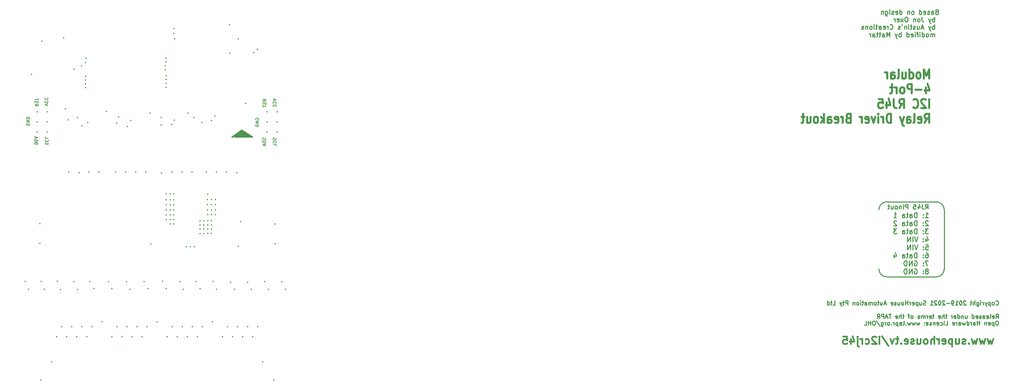
<source format=gbo>
%TF.GenerationSoftware,KiCad,Pcbnew,(6.0.9)*%
%TF.CreationDate,2023-11-09T20:34:27+05:30*%
%TF.ProjectId,Modular-I2C-4PxRJ45-Relay-Driver,4d6f6475-6c61-4722-9d49-32432d345078,2*%
%TF.SameCoordinates,Original*%
%TF.FileFunction,Legend,Bot*%
%TF.FilePolarity,Positive*%
%FSLAX46Y46*%
G04 Gerber Fmt 4.6, Leading zero omitted, Abs format (unit mm)*
G04 Created by KiCad (PCBNEW (6.0.9)) date 2023-11-09 20:34:27*
%MOMM*%
%LPD*%
G01*
G04 APERTURE LIST*
%ADD10C,0.254000*%
%ADD11C,0.406400*%
%ADD12C,0.391000*%
%ADD13C,0.476000*%
%ADD14C,0.200000*%
%ADD15C,0.240000*%
%ADD16C,0.252000*%
%ADD17C,0.215900*%
%ADD18C,0.241808*%
%ADD19C,0.350000*%
G04 APERTURE END LIST*
D10*
X328456014Y-54534986D02*
X328456014Y-69534986D01*
X326456014Y-71535014D02*
G75*
G03*
X328456014Y-69534986I-14J2000014D01*
G01*
X311956014Y-69534986D02*
G75*
G03*
X313956014Y-71534986I1999986J-14D01*
G01*
X153688351Y-36130800D02*
X150894351Y-34352800D01*
X153180351Y-35876800D02*
X152926351Y-35876800D01*
X149116351Y-35876800D02*
X150894351Y-34606800D01*
X328456014Y-54534986D02*
G75*
G03*
X326456014Y-52534986I-2000014J-14D01*
G01*
X148354351Y-36130800D02*
X153688351Y-36130800D01*
D11*
X150132351Y-35368800D02*
X151402351Y-35368800D01*
D10*
X150894351Y-34352800D02*
X148354351Y-36130800D01*
D11*
X151402351Y-35368800D02*
X150894351Y-35114800D01*
D10*
X313956014Y-52535014D02*
G75*
G03*
X311956014Y-54534986I-14J-1999986D01*
G01*
X326451014Y-71559986D02*
X313951014Y-71559986D01*
D11*
X152418351Y-35622800D02*
X150894351Y-34860800D01*
D10*
X150894351Y-34606800D02*
X152926351Y-35876800D01*
X152926351Y-35876800D02*
X149116351Y-35876800D01*
D11*
X150894351Y-34860800D02*
X150132351Y-35368800D01*
D10*
X313956014Y-52534986D02*
X326456014Y-52534986D01*
D11*
X149624351Y-35622800D02*
X152418351Y-35622800D01*
D12*
X340801547Y-87221428D02*
X340437928Y-88494095D01*
X340074309Y-87585047D01*
X339710690Y-88494095D01*
X339347071Y-87221428D01*
X338801642Y-87221428D02*
X338438023Y-88494095D01*
X338074404Y-87585047D01*
X337710785Y-88494095D01*
X337347166Y-87221428D01*
X336801738Y-87221428D02*
X336438119Y-88494095D01*
X336074500Y-87585047D01*
X335710880Y-88494095D01*
X335347261Y-87221428D01*
X334620023Y-88312285D02*
X334529119Y-88403190D01*
X334620023Y-88494095D01*
X334710928Y-88403190D01*
X334620023Y-88312285D01*
X334620023Y-88494095D01*
X333801880Y-88403190D02*
X333620071Y-88494095D01*
X333256452Y-88494095D01*
X333074642Y-88403190D01*
X332983738Y-88221380D01*
X332983738Y-88130476D01*
X333074642Y-87948666D01*
X333256452Y-87857761D01*
X333529166Y-87857761D01*
X333710976Y-87766857D01*
X333801880Y-87585047D01*
X333801880Y-87494142D01*
X333710976Y-87312333D01*
X333529166Y-87221428D01*
X333256452Y-87221428D01*
X333074642Y-87312333D01*
X331347452Y-87221428D02*
X331347452Y-88494095D01*
X332165595Y-87221428D02*
X332165595Y-88221380D01*
X332074690Y-88403190D01*
X331892880Y-88494095D01*
X331620166Y-88494095D01*
X331438357Y-88403190D01*
X331347452Y-88312285D01*
X330438404Y-87221428D02*
X330438404Y-89130428D01*
X330438404Y-87312333D02*
X330256595Y-87221428D01*
X329892976Y-87221428D01*
X329711166Y-87312333D01*
X329620261Y-87403238D01*
X329529357Y-87585047D01*
X329529357Y-88130476D01*
X329620261Y-88312285D01*
X329711166Y-88403190D01*
X329892976Y-88494095D01*
X330256595Y-88494095D01*
X330438404Y-88403190D01*
X327983976Y-88403190D02*
X328165785Y-88494095D01*
X328529404Y-88494095D01*
X328711214Y-88403190D01*
X328802119Y-88221380D01*
X328802119Y-87494142D01*
X328711214Y-87312333D01*
X328529404Y-87221428D01*
X328165785Y-87221428D01*
X327983976Y-87312333D01*
X327893071Y-87494142D01*
X327893071Y-87675952D01*
X328802119Y-87857761D01*
X327074928Y-88494095D02*
X327074928Y-87221428D01*
X327074928Y-87585047D02*
X326984023Y-87403238D01*
X326893119Y-87312333D01*
X326711309Y-87221428D01*
X326529500Y-87221428D01*
X325893166Y-88494095D02*
X325893166Y-86585095D01*
X325075023Y-88494095D02*
X325075023Y-87494142D01*
X325165928Y-87312333D01*
X325347738Y-87221428D01*
X325620452Y-87221428D01*
X325802261Y-87312333D01*
X325893166Y-87403238D01*
X323893261Y-88494095D02*
X324075071Y-88403190D01*
X324165976Y-88312285D01*
X324256880Y-88130476D01*
X324256880Y-87585047D01*
X324165976Y-87403238D01*
X324075071Y-87312333D01*
X323893261Y-87221428D01*
X323620547Y-87221428D01*
X323438738Y-87312333D01*
X323347833Y-87403238D01*
X323256928Y-87585047D01*
X323256928Y-88130476D01*
X323347833Y-88312285D01*
X323438738Y-88403190D01*
X323620547Y-88494095D01*
X323893261Y-88494095D01*
X321620642Y-87221428D02*
X321620642Y-88494095D01*
X322438785Y-87221428D02*
X322438785Y-88221380D01*
X322347880Y-88403190D01*
X322166071Y-88494095D01*
X321893357Y-88494095D01*
X321711547Y-88403190D01*
X321620642Y-88312285D01*
X320802500Y-88403190D02*
X320620690Y-88494095D01*
X320257071Y-88494095D01*
X320075261Y-88403190D01*
X319984357Y-88221380D01*
X319984357Y-88130476D01*
X320075261Y-87948666D01*
X320257071Y-87857761D01*
X320529785Y-87857761D01*
X320711595Y-87766857D01*
X320802500Y-87585047D01*
X320802500Y-87494142D01*
X320711595Y-87312333D01*
X320529785Y-87221428D01*
X320257071Y-87221428D01*
X320075261Y-87312333D01*
X318438976Y-88403190D02*
X318620785Y-88494095D01*
X318984404Y-88494095D01*
X319166214Y-88403190D01*
X319257119Y-88221380D01*
X319257119Y-87494142D01*
X319166214Y-87312333D01*
X318984404Y-87221428D01*
X318620785Y-87221428D01*
X318438976Y-87312333D01*
X318348071Y-87494142D01*
X318348071Y-87675952D01*
X319257119Y-87857761D01*
X317529928Y-88312285D02*
X317439023Y-88403190D01*
X317529928Y-88494095D01*
X317620833Y-88403190D01*
X317529928Y-88312285D01*
X317529928Y-88494095D01*
X316893595Y-87221428D02*
X316166357Y-87221428D01*
X316620880Y-86585095D02*
X316620880Y-88221380D01*
X316529976Y-88403190D01*
X316348166Y-88494095D01*
X316166357Y-88494095D01*
X315711833Y-87221428D02*
X315257309Y-88494095D01*
X314802785Y-87221428D01*
X312711976Y-86494190D02*
X314348261Y-88948619D01*
X312075642Y-88494095D02*
X312075642Y-87221428D01*
X312075642Y-86585095D02*
X312166547Y-86676000D01*
X312075642Y-86766904D01*
X311984738Y-86676000D01*
X312075642Y-86585095D01*
X312075642Y-86766904D01*
X311257500Y-86766904D02*
X311166595Y-86676000D01*
X310984785Y-86585095D01*
X310530261Y-86585095D01*
X310348452Y-86676000D01*
X310257547Y-86766904D01*
X310166642Y-86948714D01*
X310166642Y-87130523D01*
X310257547Y-87403238D01*
X311348404Y-88494095D01*
X310166642Y-88494095D01*
X308530357Y-88403190D02*
X308712166Y-88494095D01*
X309075785Y-88494095D01*
X309257595Y-88403190D01*
X309348500Y-88312285D01*
X309439404Y-88130476D01*
X309439404Y-87585047D01*
X309348500Y-87403238D01*
X309257595Y-87312333D01*
X309075785Y-87221428D01*
X308712166Y-87221428D01*
X308530357Y-87312333D01*
X307712214Y-88494095D02*
X307712214Y-87221428D01*
X307712214Y-87585047D02*
X307621309Y-87403238D01*
X307530404Y-87312333D01*
X307348595Y-87221428D01*
X307166785Y-87221428D01*
X306530452Y-87221428D02*
X306530452Y-88857714D01*
X306621357Y-89039523D01*
X306803166Y-89130428D01*
X306894071Y-89130428D01*
X306530452Y-86585095D02*
X306621357Y-86676000D01*
X306530452Y-86766904D01*
X306439547Y-86676000D01*
X306530452Y-86585095D01*
X306530452Y-86766904D01*
X304803261Y-87221428D02*
X304803261Y-88494095D01*
X305257785Y-86494190D02*
X305712309Y-87857761D01*
X304530547Y-87857761D01*
X302894261Y-86585095D02*
X303803309Y-86585095D01*
X303894214Y-87494142D01*
X303803309Y-87403238D01*
X303621500Y-87312333D01*
X303166976Y-87312333D01*
X302985166Y-87403238D01*
X302894261Y-87494142D01*
X302803357Y-87675952D01*
X302803357Y-88130476D01*
X302894261Y-88312285D01*
X302985166Y-88403190D01*
X303166976Y-88494095D01*
X303621500Y-88494095D01*
X303803309Y-88403190D01*
X303894214Y-88312285D01*
D13*
X324654409Y-21369413D02*
X324654409Y-19045413D01*
X323987742Y-20705413D01*
X323321076Y-19045413D01*
X323321076Y-21369413D01*
X322082980Y-21369413D02*
X322273457Y-21258746D01*
X322368695Y-21148080D01*
X322463933Y-20926746D01*
X322463933Y-20262746D01*
X322368695Y-20041413D01*
X322273457Y-19930746D01*
X322082980Y-19820080D01*
X321797266Y-19820080D01*
X321606790Y-19930746D01*
X321511552Y-20041413D01*
X321416314Y-20262746D01*
X321416314Y-20926746D01*
X321511552Y-21148080D01*
X321606790Y-21258746D01*
X321797266Y-21369413D01*
X322082980Y-21369413D01*
X319702028Y-21369413D02*
X319702028Y-19045413D01*
X319702028Y-21258746D02*
X319892504Y-21369413D01*
X320273457Y-21369413D01*
X320463933Y-21258746D01*
X320559171Y-21148080D01*
X320654409Y-20926746D01*
X320654409Y-20262746D01*
X320559171Y-20041413D01*
X320463933Y-19930746D01*
X320273457Y-19820080D01*
X319892504Y-19820080D01*
X319702028Y-19930746D01*
X317892504Y-19820080D02*
X317892504Y-21369413D01*
X318749647Y-19820080D02*
X318749647Y-21037413D01*
X318654409Y-21258746D01*
X318463933Y-21369413D01*
X318178219Y-21369413D01*
X317987742Y-21258746D01*
X317892504Y-21148080D01*
X316654409Y-21369413D02*
X316844885Y-21258746D01*
X316940123Y-21037413D01*
X316940123Y-19045413D01*
X315035361Y-21369413D02*
X315035361Y-20152080D01*
X315130600Y-19930746D01*
X315321076Y-19820080D01*
X315702028Y-19820080D01*
X315892504Y-19930746D01*
X315035361Y-21258746D02*
X315225838Y-21369413D01*
X315702028Y-21369413D01*
X315892504Y-21258746D01*
X315987742Y-21037413D01*
X315987742Y-20816080D01*
X315892504Y-20594746D01*
X315702028Y-20484080D01*
X315225838Y-20484080D01*
X315035361Y-20373413D01*
X314082980Y-21369413D02*
X314082980Y-19820080D01*
X314082980Y-20262746D02*
X313987742Y-20041413D01*
X313892504Y-19930746D01*
X313702028Y-19820080D01*
X313511552Y-19820080D01*
X323797266Y-23561720D02*
X323797266Y-25111053D01*
X324273457Y-22676386D02*
X324749647Y-24336386D01*
X323511552Y-24336386D01*
X322749647Y-24225720D02*
X321225838Y-24225720D01*
X320273457Y-25111053D02*
X320273457Y-22787053D01*
X319511552Y-22787053D01*
X319321076Y-22897720D01*
X319225838Y-23008386D01*
X319130600Y-23229720D01*
X319130600Y-23561720D01*
X319225838Y-23783053D01*
X319321076Y-23893720D01*
X319511552Y-24004386D01*
X320273457Y-24004386D01*
X317987742Y-25111053D02*
X318178219Y-25000386D01*
X318273457Y-24889720D01*
X318368695Y-24668386D01*
X318368695Y-24004386D01*
X318273457Y-23783053D01*
X318178219Y-23672386D01*
X317987742Y-23561720D01*
X317702028Y-23561720D01*
X317511552Y-23672386D01*
X317416314Y-23783053D01*
X317321076Y-24004386D01*
X317321076Y-24668386D01*
X317416314Y-24889720D01*
X317511552Y-25000386D01*
X317702028Y-25111053D01*
X317987742Y-25111053D01*
X316463933Y-25111053D02*
X316463933Y-23561720D01*
X316463933Y-24004386D02*
X316368695Y-23783053D01*
X316273457Y-23672386D01*
X316082980Y-23561720D01*
X315892504Y-23561720D01*
X315511552Y-23561720D02*
X314749647Y-23561720D01*
X315225838Y-22787053D02*
X315225838Y-24779053D01*
X315130600Y-25000386D01*
X314940123Y-25111053D01*
X314749647Y-25111053D01*
X324654409Y-28852693D02*
X324654409Y-26528693D01*
X323797266Y-26750026D02*
X323702028Y-26639360D01*
X323511552Y-26528693D01*
X323035361Y-26528693D01*
X322844885Y-26639360D01*
X322749647Y-26750026D01*
X322654409Y-26971360D01*
X322654409Y-27192693D01*
X322749647Y-27524693D01*
X323892504Y-28852693D01*
X322654409Y-28852693D01*
X320654409Y-28631360D02*
X320749647Y-28742026D01*
X321035361Y-28852693D01*
X321225838Y-28852693D01*
X321511552Y-28742026D01*
X321702028Y-28520693D01*
X321797266Y-28299360D01*
X321892504Y-27856693D01*
X321892504Y-27524693D01*
X321797266Y-27082026D01*
X321702028Y-26860693D01*
X321511552Y-26639360D01*
X321225838Y-26528693D01*
X321035361Y-26528693D01*
X320749647Y-26639360D01*
X320654409Y-26750026D01*
X317130600Y-28852693D02*
X317797266Y-27746026D01*
X318273457Y-28852693D02*
X318273457Y-26528693D01*
X317511552Y-26528693D01*
X317321076Y-26639360D01*
X317225838Y-26750026D01*
X317130600Y-26971360D01*
X317130600Y-27303360D01*
X317225838Y-27524693D01*
X317321076Y-27635360D01*
X317511552Y-27746026D01*
X318273457Y-27746026D01*
X315702028Y-26528693D02*
X315702028Y-28188693D01*
X315797266Y-28520693D01*
X315987742Y-28742026D01*
X316273457Y-28852693D01*
X316463933Y-28852693D01*
X313892504Y-27303360D02*
X313892504Y-28852693D01*
X314368695Y-26418026D02*
X314844885Y-28078026D01*
X313606790Y-28078026D01*
X311892504Y-26528693D02*
X312844885Y-26528693D01*
X312940123Y-27635360D01*
X312844885Y-27524693D01*
X312654409Y-27414026D01*
X312178219Y-27414026D01*
X311987742Y-27524693D01*
X311892504Y-27635360D01*
X311797266Y-27856693D01*
X311797266Y-28410026D01*
X311892504Y-28631360D01*
X311987742Y-28742026D01*
X312178219Y-28852693D01*
X312654409Y-28852693D01*
X312844885Y-28742026D01*
X312940123Y-28631360D01*
X323511552Y-32594333D02*
X324178219Y-31487666D01*
X324654409Y-32594333D02*
X324654409Y-30270333D01*
X323892504Y-30270333D01*
X323702028Y-30381000D01*
X323606790Y-30491666D01*
X323511552Y-30713000D01*
X323511552Y-31045000D01*
X323606790Y-31266333D01*
X323702028Y-31377000D01*
X323892504Y-31487666D01*
X324654409Y-31487666D01*
X321892504Y-32483666D02*
X322082980Y-32594333D01*
X322463933Y-32594333D01*
X322654409Y-32483666D01*
X322749647Y-32262333D01*
X322749647Y-31377000D01*
X322654409Y-31155666D01*
X322463933Y-31045000D01*
X322082980Y-31045000D01*
X321892504Y-31155666D01*
X321797266Y-31377000D01*
X321797266Y-31598333D01*
X322749647Y-31819666D01*
X320654409Y-32594333D02*
X320844885Y-32483666D01*
X320940123Y-32262333D01*
X320940123Y-30270333D01*
X319035361Y-32594333D02*
X319035361Y-31377000D01*
X319130600Y-31155666D01*
X319321076Y-31045000D01*
X319702028Y-31045000D01*
X319892504Y-31155666D01*
X319035361Y-32483666D02*
X319225838Y-32594333D01*
X319702028Y-32594333D01*
X319892504Y-32483666D01*
X319987742Y-32262333D01*
X319987742Y-32041000D01*
X319892504Y-31819666D01*
X319702028Y-31709000D01*
X319225838Y-31709000D01*
X319035361Y-31598333D01*
X318273457Y-31045000D02*
X317797266Y-32594333D01*
X317321076Y-31045000D02*
X317797266Y-32594333D01*
X317987742Y-33147666D01*
X318082980Y-33258333D01*
X318273457Y-33369000D01*
X315035361Y-32594333D02*
X315035361Y-30270333D01*
X314559171Y-30270333D01*
X314273457Y-30381000D01*
X314082980Y-30602333D01*
X313987742Y-30823666D01*
X313892504Y-31266333D01*
X313892504Y-31598333D01*
X313987742Y-32041000D01*
X314082980Y-32262333D01*
X314273457Y-32483666D01*
X314559171Y-32594333D01*
X315035361Y-32594333D01*
X313035361Y-32594333D02*
X313035361Y-31045000D01*
X313035361Y-31487666D02*
X312940123Y-31266333D01*
X312844885Y-31155666D01*
X312654409Y-31045000D01*
X312463933Y-31045000D01*
X311797266Y-32594333D02*
X311797266Y-31045000D01*
X311797266Y-30270333D02*
X311892504Y-30381000D01*
X311797266Y-30491666D01*
X311702028Y-30381000D01*
X311797266Y-30270333D01*
X311797266Y-30491666D01*
X311035361Y-31045000D02*
X310559171Y-32594333D01*
X310082980Y-31045000D01*
X308559171Y-32483666D02*
X308749647Y-32594333D01*
X309130600Y-32594333D01*
X309321076Y-32483666D01*
X309416314Y-32262333D01*
X309416314Y-31377000D01*
X309321076Y-31155666D01*
X309130600Y-31045000D01*
X308749647Y-31045000D01*
X308559171Y-31155666D01*
X308463933Y-31377000D01*
X308463933Y-31598333D01*
X309416314Y-31819666D01*
X307606790Y-32594333D02*
X307606790Y-31045000D01*
X307606790Y-31487666D02*
X307511552Y-31266333D01*
X307416314Y-31155666D01*
X307225838Y-31045000D01*
X307035361Y-31045000D01*
X304178219Y-31377000D02*
X303892504Y-31487666D01*
X303797266Y-31598333D01*
X303702028Y-31819666D01*
X303702028Y-32151666D01*
X303797266Y-32373000D01*
X303892504Y-32483666D01*
X304082980Y-32594333D01*
X304844885Y-32594333D01*
X304844885Y-30270333D01*
X304178219Y-30270333D01*
X303987742Y-30381000D01*
X303892504Y-30491666D01*
X303797266Y-30713000D01*
X303797266Y-30934333D01*
X303892504Y-31155666D01*
X303987742Y-31266333D01*
X304178219Y-31377000D01*
X304844885Y-31377000D01*
X302844885Y-32594333D02*
X302844885Y-31045000D01*
X302844885Y-31487666D02*
X302749647Y-31266333D01*
X302654409Y-31155666D01*
X302463933Y-31045000D01*
X302273457Y-31045000D01*
X300844885Y-32483666D02*
X301035361Y-32594333D01*
X301416314Y-32594333D01*
X301606790Y-32483666D01*
X301702028Y-32262333D01*
X301702028Y-31377000D01*
X301606790Y-31155666D01*
X301416314Y-31045000D01*
X301035361Y-31045000D01*
X300844885Y-31155666D01*
X300749647Y-31377000D01*
X300749647Y-31598333D01*
X301702028Y-31819666D01*
X299035361Y-32594333D02*
X299035361Y-31377000D01*
X299130600Y-31155666D01*
X299321076Y-31045000D01*
X299702028Y-31045000D01*
X299892504Y-31155666D01*
X299035361Y-32483666D02*
X299225838Y-32594333D01*
X299702028Y-32594333D01*
X299892504Y-32483666D01*
X299987742Y-32262333D01*
X299987742Y-32041000D01*
X299892504Y-31819666D01*
X299702028Y-31709000D01*
X299225838Y-31709000D01*
X299035361Y-31598333D01*
X298082980Y-32594333D02*
X298082980Y-30270333D01*
X297892504Y-31709000D02*
X297321076Y-32594333D01*
X297321076Y-31045000D02*
X298082980Y-31930333D01*
X296178219Y-32594333D02*
X296368695Y-32483666D01*
X296463933Y-32373000D01*
X296559171Y-32151666D01*
X296559171Y-31487666D01*
X296463933Y-31266333D01*
X296368695Y-31155666D01*
X296178219Y-31045000D01*
X295892504Y-31045000D01*
X295702028Y-31155666D01*
X295606790Y-31266333D01*
X295511552Y-31487666D01*
X295511552Y-32151666D01*
X295606790Y-32373000D01*
X295702028Y-32483666D01*
X295892504Y-32594333D01*
X296178219Y-32594333D01*
X293797266Y-31045000D02*
X293797266Y-32594333D01*
X294654409Y-31045000D02*
X294654409Y-32262333D01*
X294559171Y-32483666D01*
X294368695Y-32594333D01*
X294082980Y-32594333D01*
X293892504Y-32483666D01*
X293797266Y-32373000D01*
X293130600Y-31045000D02*
X292368695Y-31045000D01*
X292844885Y-30270333D02*
X292844885Y-32262333D01*
X292749647Y-32483666D01*
X292559171Y-32594333D01*
X292368695Y-32594333D01*
D14*
X102005095Y-28263666D02*
X101205095Y-27997000D01*
X102005095Y-27730333D01*
X101281285Y-27006523D02*
X101243190Y-27044619D01*
X101205095Y-27158904D01*
X101205095Y-27235095D01*
X101243190Y-27349380D01*
X101319380Y-27425571D01*
X101395571Y-27463666D01*
X101547952Y-27501761D01*
X101662238Y-27501761D01*
X101814619Y-27463666D01*
X101890809Y-27425571D01*
X101967000Y-27349380D01*
X102005095Y-27235095D01*
X102005095Y-27158904D01*
X101967000Y-27044619D01*
X101928904Y-27006523D01*
X101281285Y-26206523D02*
X101243190Y-26244619D01*
X101205095Y-26358904D01*
X101205095Y-26435095D01*
X101243190Y-26549380D01*
X101319380Y-26625571D01*
X101395571Y-26663666D01*
X101547952Y-26701761D01*
X101662238Y-26701761D01*
X101814619Y-26663666D01*
X101890809Y-26625571D01*
X101967000Y-26549380D01*
X102005095Y-26435095D01*
X102005095Y-26358904D01*
X101967000Y-26244619D01*
X101928904Y-26206523D01*
X98705095Y-27835095D02*
X99086047Y-28101761D01*
X98705095Y-28292238D02*
X99505095Y-28292238D01*
X99505095Y-27987476D01*
X99467000Y-27911285D01*
X99428904Y-27873190D01*
X99352714Y-27835095D01*
X99238428Y-27835095D01*
X99162238Y-27873190D01*
X99124142Y-27911285D01*
X99086047Y-27987476D01*
X99086047Y-28292238D01*
X98743190Y-27530333D02*
X98705095Y-27416047D01*
X98705095Y-27225571D01*
X98743190Y-27149380D01*
X98781285Y-27111285D01*
X98857476Y-27073190D01*
X98933666Y-27073190D01*
X99009857Y-27111285D01*
X99047952Y-27149380D01*
X99086047Y-27225571D01*
X99124142Y-27377952D01*
X99162238Y-27454142D01*
X99200333Y-27492238D01*
X99276523Y-27530333D01*
X99352714Y-27530333D01*
X99428904Y-27492238D01*
X99467000Y-27454142D01*
X99505095Y-27377952D01*
X99505095Y-27187476D01*
X99467000Y-27073190D01*
X99505095Y-26844619D02*
X99505095Y-26387476D01*
X98705095Y-26616047D02*
X99505095Y-26616047D01*
X157140904Y-27112904D02*
X156759952Y-26846238D01*
X157140904Y-26655761D02*
X156340904Y-26655761D01*
X156340904Y-26960523D01*
X156379000Y-27036714D01*
X156417095Y-27074809D01*
X156493285Y-27112904D01*
X156607571Y-27112904D01*
X156683761Y-27074809D01*
X156721857Y-27036714D01*
X156759952Y-26960523D01*
X156759952Y-26655761D01*
X157102809Y-27417666D02*
X157140904Y-27531952D01*
X157140904Y-27722428D01*
X157102809Y-27798619D01*
X157064714Y-27836714D01*
X156988523Y-27874809D01*
X156912333Y-27874809D01*
X156836142Y-27836714D01*
X156798047Y-27798619D01*
X156759952Y-27722428D01*
X156721857Y-27570047D01*
X156683761Y-27493857D01*
X156645666Y-27455761D01*
X156569476Y-27417666D01*
X156493285Y-27417666D01*
X156417095Y-27455761D01*
X156379000Y-27493857D01*
X156340904Y-27570047D01*
X156340904Y-27760523D01*
X156379000Y-27874809D01*
X156340904Y-28103380D02*
X156340904Y-28560523D01*
X157140904Y-28331952D02*
X156340904Y-28331952D01*
D15*
X323657014Y-56537786D02*
X324377014Y-56537786D01*
X324017014Y-56537786D02*
X324017014Y-55277786D01*
X324137014Y-55457786D01*
X324257014Y-55577786D01*
X324377014Y-55637786D01*
X323117014Y-56417786D02*
X323057014Y-56477786D01*
X323117014Y-56537786D01*
X323177014Y-56477786D01*
X323117014Y-56417786D01*
X323117014Y-56537786D01*
X323117014Y-55757786D02*
X323057014Y-55817786D01*
X323117014Y-55877786D01*
X323177014Y-55817786D01*
X323117014Y-55757786D01*
X323117014Y-55877786D01*
X321557014Y-56537786D02*
X321557014Y-55277786D01*
X321257014Y-55277786D01*
X321077014Y-55337786D01*
X320957014Y-55457786D01*
X320897014Y-55577786D01*
X320837014Y-55817786D01*
X320837014Y-55997786D01*
X320897014Y-56237786D01*
X320957014Y-56357786D01*
X321077014Y-56477786D01*
X321257014Y-56537786D01*
X321557014Y-56537786D01*
X319757014Y-56537786D02*
X319757014Y-55877786D01*
X319817014Y-55757786D01*
X319937014Y-55697786D01*
X320177014Y-55697786D01*
X320297014Y-55757786D01*
X319757014Y-56477786D02*
X319877014Y-56537786D01*
X320177014Y-56537786D01*
X320297014Y-56477786D01*
X320357014Y-56357786D01*
X320357014Y-56237786D01*
X320297014Y-56117786D01*
X320177014Y-56057786D01*
X319877014Y-56057786D01*
X319757014Y-55997786D01*
X319337014Y-55697786D02*
X318857014Y-55697786D01*
X319157014Y-55277786D02*
X319157014Y-56357786D01*
X319097014Y-56477786D01*
X318977014Y-56537786D01*
X318857014Y-56537786D01*
X317897014Y-56537786D02*
X317897014Y-55877786D01*
X317957014Y-55757786D01*
X318077014Y-55697786D01*
X318317014Y-55697786D01*
X318437014Y-55757786D01*
X317897014Y-56477786D02*
X318017014Y-56537786D01*
X318317014Y-56537786D01*
X318437014Y-56477786D01*
X318497014Y-56357786D01*
X318497014Y-56237786D01*
X318437014Y-56117786D01*
X318317014Y-56057786D01*
X318017014Y-56057786D01*
X317897014Y-55997786D01*
X315677014Y-56537786D02*
X316397014Y-56537786D01*
X316037014Y-56537786D02*
X316037014Y-55277786D01*
X316157014Y-55457786D01*
X316277014Y-55577786D01*
X316397014Y-55637786D01*
X324377014Y-57426386D02*
X324317014Y-57366386D01*
X324197014Y-57306386D01*
X323897014Y-57306386D01*
X323777014Y-57366386D01*
X323717014Y-57426386D01*
X323657014Y-57546386D01*
X323657014Y-57666386D01*
X323717014Y-57846386D01*
X324437014Y-58566386D01*
X323657014Y-58566386D01*
X323117014Y-58446386D02*
X323057014Y-58506386D01*
X323117014Y-58566386D01*
X323177014Y-58506386D01*
X323117014Y-58446386D01*
X323117014Y-58566386D01*
X323117014Y-57786386D02*
X323057014Y-57846386D01*
X323117014Y-57906386D01*
X323177014Y-57846386D01*
X323117014Y-57786386D01*
X323117014Y-57906386D01*
X321557014Y-58566386D02*
X321557014Y-57306386D01*
X321257014Y-57306386D01*
X321077014Y-57366386D01*
X320957014Y-57486386D01*
X320897014Y-57606386D01*
X320837014Y-57846386D01*
X320837014Y-58026386D01*
X320897014Y-58266386D01*
X320957014Y-58386386D01*
X321077014Y-58506386D01*
X321257014Y-58566386D01*
X321557014Y-58566386D01*
X319757014Y-58566386D02*
X319757014Y-57906386D01*
X319817014Y-57786386D01*
X319937014Y-57726386D01*
X320177014Y-57726386D01*
X320297014Y-57786386D01*
X319757014Y-58506386D02*
X319877014Y-58566386D01*
X320177014Y-58566386D01*
X320297014Y-58506386D01*
X320357014Y-58386386D01*
X320357014Y-58266386D01*
X320297014Y-58146386D01*
X320177014Y-58086386D01*
X319877014Y-58086386D01*
X319757014Y-58026386D01*
X319337014Y-57726386D02*
X318857014Y-57726386D01*
X319157014Y-57306386D02*
X319157014Y-58386386D01*
X319097014Y-58506386D01*
X318977014Y-58566386D01*
X318857014Y-58566386D01*
X317897014Y-58566386D02*
X317897014Y-57906386D01*
X317957014Y-57786386D01*
X318077014Y-57726386D01*
X318317014Y-57726386D01*
X318437014Y-57786386D01*
X317897014Y-58506386D02*
X318017014Y-58566386D01*
X318317014Y-58566386D01*
X318437014Y-58506386D01*
X318497014Y-58386386D01*
X318497014Y-58266386D01*
X318437014Y-58146386D01*
X318317014Y-58086386D01*
X318017014Y-58086386D01*
X317897014Y-58026386D01*
X316397014Y-57426386D02*
X316337014Y-57366386D01*
X316217014Y-57306386D01*
X315917014Y-57306386D01*
X315797014Y-57366386D01*
X315737014Y-57426386D01*
X315677014Y-57546386D01*
X315677014Y-57666386D01*
X315737014Y-57846386D01*
X316457014Y-58566386D01*
X315677014Y-58566386D01*
X324437014Y-59334986D02*
X323657014Y-59334986D01*
X324077014Y-59814986D01*
X323897014Y-59814986D01*
X323777014Y-59874986D01*
X323717014Y-59934986D01*
X323657014Y-60054986D01*
X323657014Y-60354986D01*
X323717014Y-60474986D01*
X323777014Y-60534986D01*
X323897014Y-60594986D01*
X324257014Y-60594986D01*
X324377014Y-60534986D01*
X324437014Y-60474986D01*
X323117014Y-60474986D02*
X323057014Y-60534986D01*
X323117014Y-60594986D01*
X323177014Y-60534986D01*
X323117014Y-60474986D01*
X323117014Y-60594986D01*
X323117014Y-59814986D02*
X323057014Y-59874986D01*
X323117014Y-59934986D01*
X323177014Y-59874986D01*
X323117014Y-59814986D01*
X323117014Y-59934986D01*
X321557014Y-60594986D02*
X321557014Y-59334986D01*
X321257014Y-59334986D01*
X321077014Y-59394986D01*
X320957014Y-59514986D01*
X320897014Y-59634986D01*
X320837014Y-59874986D01*
X320837014Y-60054986D01*
X320897014Y-60294986D01*
X320957014Y-60414986D01*
X321077014Y-60534986D01*
X321257014Y-60594986D01*
X321557014Y-60594986D01*
X319757014Y-60594986D02*
X319757014Y-59934986D01*
X319817014Y-59814986D01*
X319937014Y-59754986D01*
X320177014Y-59754986D01*
X320297014Y-59814986D01*
X319757014Y-60534986D02*
X319877014Y-60594986D01*
X320177014Y-60594986D01*
X320297014Y-60534986D01*
X320357014Y-60414986D01*
X320357014Y-60294986D01*
X320297014Y-60174986D01*
X320177014Y-60114986D01*
X319877014Y-60114986D01*
X319757014Y-60054986D01*
X319337014Y-59754986D02*
X318857014Y-59754986D01*
X319157014Y-59334986D02*
X319157014Y-60414986D01*
X319097014Y-60534986D01*
X318977014Y-60594986D01*
X318857014Y-60594986D01*
X317897014Y-60594986D02*
X317897014Y-59934986D01*
X317957014Y-59814986D01*
X318077014Y-59754986D01*
X318317014Y-59754986D01*
X318437014Y-59814986D01*
X317897014Y-60534986D02*
X318017014Y-60594986D01*
X318317014Y-60594986D01*
X318437014Y-60534986D01*
X318497014Y-60414986D01*
X318497014Y-60294986D01*
X318437014Y-60174986D01*
X318317014Y-60114986D01*
X318017014Y-60114986D01*
X317897014Y-60054986D01*
X316457014Y-59334986D02*
X315677014Y-59334986D01*
X316097014Y-59814986D01*
X315917014Y-59814986D01*
X315797014Y-59874986D01*
X315737014Y-59934986D01*
X315677014Y-60054986D01*
X315677014Y-60354986D01*
X315737014Y-60474986D01*
X315797014Y-60534986D01*
X315917014Y-60594986D01*
X316277014Y-60594986D01*
X316397014Y-60534986D01*
X316457014Y-60474986D01*
X323777014Y-61783586D02*
X323777014Y-62623586D01*
X324077014Y-61303586D02*
X324377014Y-62203586D01*
X323597014Y-62203586D01*
X323117014Y-62503586D02*
X323057014Y-62563586D01*
X323117014Y-62623586D01*
X323177014Y-62563586D01*
X323117014Y-62503586D01*
X323117014Y-62623586D01*
X323117014Y-61843586D02*
X323057014Y-61903586D01*
X323117014Y-61963586D01*
X323177014Y-61903586D01*
X323117014Y-61843586D01*
X323117014Y-61963586D01*
X321737014Y-61363586D02*
X321317014Y-62623586D01*
X320897014Y-61363586D01*
X320477014Y-62623586D02*
X320477014Y-61363586D01*
X319877014Y-62623586D02*
X319877014Y-61363586D01*
X319157014Y-62623586D01*
X319157014Y-61363586D01*
X323717014Y-63392186D02*
X324317014Y-63392186D01*
X324377014Y-63992186D01*
X324317014Y-63932186D01*
X324197014Y-63872186D01*
X323897014Y-63872186D01*
X323777014Y-63932186D01*
X323717014Y-63992186D01*
X323657014Y-64112186D01*
X323657014Y-64412186D01*
X323717014Y-64532186D01*
X323777014Y-64592186D01*
X323897014Y-64652186D01*
X324197014Y-64652186D01*
X324317014Y-64592186D01*
X324377014Y-64532186D01*
X323117014Y-64532186D02*
X323057014Y-64592186D01*
X323117014Y-64652186D01*
X323177014Y-64592186D01*
X323117014Y-64532186D01*
X323117014Y-64652186D01*
X323117014Y-63872186D02*
X323057014Y-63932186D01*
X323117014Y-63992186D01*
X323177014Y-63932186D01*
X323117014Y-63872186D01*
X323117014Y-63992186D01*
X321737014Y-63392186D02*
X321317014Y-64652186D01*
X320897014Y-63392186D01*
X320477014Y-64652186D02*
X320477014Y-63392186D01*
X319877014Y-64652186D02*
X319877014Y-63392186D01*
X319157014Y-64652186D01*
X319157014Y-63392186D01*
X323777014Y-65420786D02*
X324017014Y-65420786D01*
X324137014Y-65480786D01*
X324197014Y-65540786D01*
X324317014Y-65720786D01*
X324377014Y-65960786D01*
X324377014Y-66440786D01*
X324317014Y-66560786D01*
X324257014Y-66620786D01*
X324137014Y-66680786D01*
X323897014Y-66680786D01*
X323777014Y-66620786D01*
X323717014Y-66560786D01*
X323657014Y-66440786D01*
X323657014Y-66140786D01*
X323717014Y-66020786D01*
X323777014Y-65960786D01*
X323897014Y-65900786D01*
X324137014Y-65900786D01*
X324257014Y-65960786D01*
X324317014Y-66020786D01*
X324377014Y-66140786D01*
X323117014Y-66560786D02*
X323057014Y-66620786D01*
X323117014Y-66680786D01*
X323177014Y-66620786D01*
X323117014Y-66560786D01*
X323117014Y-66680786D01*
X323117014Y-65900786D02*
X323057014Y-65960786D01*
X323117014Y-66020786D01*
X323177014Y-65960786D01*
X323117014Y-65900786D01*
X323117014Y-66020786D01*
X321557014Y-66680786D02*
X321557014Y-65420786D01*
X321257014Y-65420786D01*
X321077014Y-65480786D01*
X320957014Y-65600786D01*
X320897014Y-65720786D01*
X320837014Y-65960786D01*
X320837014Y-66140786D01*
X320897014Y-66380786D01*
X320957014Y-66500786D01*
X321077014Y-66620786D01*
X321257014Y-66680786D01*
X321557014Y-66680786D01*
X319757014Y-66680786D02*
X319757014Y-66020786D01*
X319817014Y-65900786D01*
X319937014Y-65840786D01*
X320177014Y-65840786D01*
X320297014Y-65900786D01*
X319757014Y-66620786D02*
X319877014Y-66680786D01*
X320177014Y-66680786D01*
X320297014Y-66620786D01*
X320357014Y-66500786D01*
X320357014Y-66380786D01*
X320297014Y-66260786D01*
X320177014Y-66200786D01*
X319877014Y-66200786D01*
X319757014Y-66140786D01*
X319337014Y-65840786D02*
X318857014Y-65840786D01*
X319157014Y-65420786D02*
X319157014Y-66500786D01*
X319097014Y-66620786D01*
X318977014Y-66680786D01*
X318857014Y-66680786D01*
X317897014Y-66680786D02*
X317897014Y-66020786D01*
X317957014Y-65900786D01*
X318077014Y-65840786D01*
X318317014Y-65840786D01*
X318437014Y-65900786D01*
X317897014Y-66620786D02*
X318017014Y-66680786D01*
X318317014Y-66680786D01*
X318437014Y-66620786D01*
X318497014Y-66500786D01*
X318497014Y-66380786D01*
X318437014Y-66260786D01*
X318317014Y-66200786D01*
X318017014Y-66200786D01*
X317897014Y-66140786D01*
X315797014Y-65840786D02*
X315797014Y-66680786D01*
X316097014Y-65360786D02*
X316397014Y-66260786D01*
X315617014Y-66260786D01*
X324437014Y-67449386D02*
X323597014Y-67449386D01*
X324137014Y-68709386D01*
X323117014Y-68589386D02*
X323057014Y-68649386D01*
X323117014Y-68709386D01*
X323177014Y-68649386D01*
X323117014Y-68589386D01*
X323117014Y-68709386D01*
X323117014Y-67929386D02*
X323057014Y-67989386D01*
X323117014Y-68049386D01*
X323177014Y-67989386D01*
X323117014Y-67929386D01*
X323117014Y-68049386D01*
X320897014Y-67509386D02*
X321017014Y-67449386D01*
X321197014Y-67449386D01*
X321377014Y-67509386D01*
X321497014Y-67629386D01*
X321557014Y-67749386D01*
X321617014Y-67989386D01*
X321617014Y-68169386D01*
X321557014Y-68409386D01*
X321497014Y-68529386D01*
X321377014Y-68649386D01*
X321197014Y-68709386D01*
X321077014Y-68709386D01*
X320897014Y-68649386D01*
X320837014Y-68589386D01*
X320837014Y-68169386D01*
X321077014Y-68169386D01*
X320297014Y-68709386D02*
X320297014Y-67449386D01*
X319577014Y-68709386D01*
X319577014Y-67449386D01*
X318977014Y-68709386D02*
X318977014Y-67449386D01*
X318677014Y-67449386D01*
X318497014Y-67509386D01*
X318377014Y-67629386D01*
X318317014Y-67749386D01*
X318257014Y-67989386D01*
X318257014Y-68169386D01*
X318317014Y-68409386D01*
X318377014Y-68529386D01*
X318497014Y-68649386D01*
X318677014Y-68709386D01*
X318977014Y-68709386D01*
X324137014Y-70017986D02*
X324257014Y-69957986D01*
X324317014Y-69897986D01*
X324377014Y-69777986D01*
X324377014Y-69717986D01*
X324317014Y-69597986D01*
X324257014Y-69537986D01*
X324137014Y-69477986D01*
X323897014Y-69477986D01*
X323777014Y-69537986D01*
X323717014Y-69597986D01*
X323657014Y-69717986D01*
X323657014Y-69777986D01*
X323717014Y-69897986D01*
X323777014Y-69957986D01*
X323897014Y-70017986D01*
X324137014Y-70017986D01*
X324257014Y-70077986D01*
X324317014Y-70137986D01*
X324377014Y-70257986D01*
X324377014Y-70497986D01*
X324317014Y-70617986D01*
X324257014Y-70677986D01*
X324137014Y-70737986D01*
X323897014Y-70737986D01*
X323777014Y-70677986D01*
X323717014Y-70617986D01*
X323657014Y-70497986D01*
X323657014Y-70257986D01*
X323717014Y-70137986D01*
X323777014Y-70077986D01*
X323897014Y-70017986D01*
X323117014Y-70617986D02*
X323057014Y-70677986D01*
X323117014Y-70737986D01*
X323177014Y-70677986D01*
X323117014Y-70617986D01*
X323117014Y-70737986D01*
X323117014Y-69957986D02*
X323057014Y-70017986D01*
X323117014Y-70077986D01*
X323177014Y-70017986D01*
X323117014Y-69957986D01*
X323117014Y-70077986D01*
X320897014Y-69537986D02*
X321017014Y-69477986D01*
X321197014Y-69477986D01*
X321377014Y-69537986D01*
X321497014Y-69657986D01*
X321557014Y-69777986D01*
X321617014Y-70017986D01*
X321617014Y-70197986D01*
X321557014Y-70437986D01*
X321497014Y-70557986D01*
X321377014Y-70677986D01*
X321197014Y-70737986D01*
X321077014Y-70737986D01*
X320897014Y-70677986D01*
X320837014Y-70617986D01*
X320837014Y-70197986D01*
X321077014Y-70197986D01*
X320297014Y-70737986D02*
X320297014Y-69477986D01*
X319577014Y-70737986D01*
X319577014Y-69477986D01*
X318977014Y-70737986D02*
X318977014Y-69477986D01*
X318677014Y-69477986D01*
X318497014Y-69537986D01*
X318377014Y-69657986D01*
X318317014Y-69777986D01*
X318257014Y-70017986D01*
X318257014Y-70197986D01*
X318317014Y-70437986D01*
X318377014Y-70557986D01*
X318497014Y-70677986D01*
X318677014Y-70737986D01*
X318977014Y-70737986D01*
D14*
X97367000Y-32806523D02*
X97405095Y-32882714D01*
X97405095Y-32997000D01*
X97367000Y-33111285D01*
X97290809Y-33187476D01*
X97214619Y-33225571D01*
X97062238Y-33263666D01*
X96947952Y-33263666D01*
X96795571Y-33225571D01*
X96719380Y-33187476D01*
X96643190Y-33111285D01*
X96605095Y-32997000D01*
X96605095Y-32920809D01*
X96643190Y-32806523D01*
X96681285Y-32768428D01*
X96947952Y-32768428D01*
X96947952Y-32920809D01*
X96605095Y-32425571D02*
X97405095Y-32425571D01*
X96605095Y-31968428D01*
X97405095Y-31968428D01*
X96605095Y-31587476D02*
X97405095Y-31587476D01*
X97405095Y-31397000D01*
X97367000Y-31282714D01*
X97290809Y-31206523D01*
X97214619Y-31168428D01*
X97062238Y-31130333D01*
X96947952Y-31130333D01*
X96795571Y-31168428D01*
X96719380Y-31206523D01*
X96643190Y-31282714D01*
X96605095Y-31397000D01*
X96605095Y-31587476D01*
X98643190Y-38068428D02*
X98605095Y-37954142D01*
X98605095Y-37763666D01*
X98643190Y-37687476D01*
X98681285Y-37649380D01*
X98757476Y-37611285D01*
X98833666Y-37611285D01*
X98909857Y-37649380D01*
X98947952Y-37687476D01*
X98986047Y-37763666D01*
X99024142Y-37916047D01*
X99062238Y-37992238D01*
X99100333Y-38030333D01*
X99176523Y-38068428D01*
X99252714Y-38068428D01*
X99328904Y-38030333D01*
X99367000Y-37992238D01*
X99405095Y-37916047D01*
X99405095Y-37725571D01*
X99367000Y-37611285D01*
X98605095Y-37268428D02*
X99405095Y-37268428D01*
X99405095Y-37077952D01*
X99367000Y-36963666D01*
X99290809Y-36887476D01*
X99214619Y-36849380D01*
X99062238Y-36811285D01*
X98947952Y-36811285D01*
X98795571Y-36849380D01*
X98719380Y-36887476D01*
X98643190Y-36963666D01*
X98605095Y-37077952D01*
X98605095Y-37268428D01*
X98833666Y-36506523D02*
X98833666Y-36125571D01*
X98605095Y-36582714D02*
X99405095Y-36316047D01*
X98605095Y-36049380D01*
D16*
X323679880Y-54360319D02*
X324062547Y-53813652D01*
X324335880Y-54360319D02*
X324335880Y-53212319D01*
X323898547Y-53212319D01*
X323789214Y-53266986D01*
X323734547Y-53321652D01*
X323679880Y-53430986D01*
X323679880Y-53594986D01*
X323734547Y-53704319D01*
X323789214Y-53758986D01*
X323898547Y-53813652D01*
X324335880Y-53813652D01*
X322859880Y-53212319D02*
X322859880Y-54032319D01*
X322914547Y-54196319D01*
X323023880Y-54305652D01*
X323187880Y-54360319D01*
X323297214Y-54360319D01*
X321821214Y-53594986D02*
X321821214Y-54360319D01*
X322094547Y-53157652D02*
X322367880Y-53977652D01*
X321657214Y-53977652D01*
X320673214Y-53212319D02*
X321219880Y-53212319D01*
X321274547Y-53758986D01*
X321219880Y-53704319D01*
X321110547Y-53649652D01*
X320837214Y-53649652D01*
X320727880Y-53704319D01*
X320673214Y-53758986D01*
X320618547Y-53868319D01*
X320618547Y-54141652D01*
X320673214Y-54250986D01*
X320727880Y-54305652D01*
X320837214Y-54360319D01*
X321110547Y-54360319D01*
X321219880Y-54305652D01*
X321274547Y-54250986D01*
X319251880Y-54360319D02*
X319251880Y-53212319D01*
X318814547Y-53212319D01*
X318705214Y-53266986D01*
X318650547Y-53321652D01*
X318595880Y-53430986D01*
X318595880Y-53594986D01*
X318650547Y-53704319D01*
X318705214Y-53758986D01*
X318814547Y-53813652D01*
X319251880Y-53813652D01*
X318103880Y-54360319D02*
X318103880Y-53594986D01*
X318103880Y-53212319D02*
X318158547Y-53266986D01*
X318103880Y-53321652D01*
X318049214Y-53266986D01*
X318103880Y-53212319D01*
X318103880Y-53321652D01*
X317557214Y-53594986D02*
X317557214Y-54360319D01*
X317557214Y-53704319D02*
X317502547Y-53649652D01*
X317393214Y-53594986D01*
X317229214Y-53594986D01*
X317119880Y-53649652D01*
X317065214Y-53758986D01*
X317065214Y-54360319D01*
X316354547Y-54360319D02*
X316463880Y-54305652D01*
X316518547Y-54250986D01*
X316573214Y-54141652D01*
X316573214Y-53813652D01*
X316518547Y-53704319D01*
X316463880Y-53649652D01*
X316354547Y-53594986D01*
X316190547Y-53594986D01*
X316081214Y-53649652D01*
X316026547Y-53704319D01*
X315971880Y-53813652D01*
X315971880Y-54141652D01*
X316026547Y-54250986D01*
X316081214Y-54305652D01*
X316190547Y-54360319D01*
X316354547Y-54360319D01*
X314987880Y-53594986D02*
X314987880Y-54360319D01*
X315479880Y-53594986D02*
X315479880Y-54196319D01*
X315425214Y-54305652D01*
X315315880Y-54360319D01*
X315151880Y-54360319D01*
X315042547Y-54305652D01*
X314987880Y-54250986D01*
X314605214Y-53594986D02*
X314167880Y-53594986D01*
X314441214Y-53212319D02*
X314441214Y-54196319D01*
X314386547Y-54305652D01*
X314277214Y-54360319D01*
X314167880Y-54360319D01*
D17*
X341464345Y-78517111D02*
X341514541Y-78567306D01*
X341665126Y-78617501D01*
X341765517Y-78617501D01*
X341916103Y-78567306D01*
X342016493Y-78466916D01*
X342066688Y-78366525D01*
X342116884Y-78165744D01*
X342116884Y-78015158D01*
X342066688Y-77814377D01*
X342016493Y-77713987D01*
X341916103Y-77613597D01*
X341765517Y-77563401D01*
X341665126Y-77563401D01*
X341514541Y-77613597D01*
X341464345Y-77663792D01*
X340862003Y-78617501D02*
X340962393Y-78567306D01*
X341012588Y-78517111D01*
X341062784Y-78416720D01*
X341062784Y-78115549D01*
X341012588Y-78015158D01*
X340962393Y-77964963D01*
X340862003Y-77914768D01*
X340711417Y-77914768D01*
X340611026Y-77964963D01*
X340560831Y-78015158D01*
X340510636Y-78115549D01*
X340510636Y-78416720D01*
X340560831Y-78517111D01*
X340611026Y-78567306D01*
X340711417Y-78617501D01*
X340862003Y-78617501D01*
X340058879Y-77914768D02*
X340058879Y-78968868D01*
X340058879Y-77964963D02*
X339958488Y-77914768D01*
X339757707Y-77914768D01*
X339657317Y-77964963D01*
X339607122Y-78015158D01*
X339556926Y-78115549D01*
X339556926Y-78416720D01*
X339607122Y-78517111D01*
X339657317Y-78567306D01*
X339757707Y-78617501D01*
X339958488Y-78617501D01*
X340058879Y-78567306D01*
X339205560Y-77914768D02*
X338954584Y-78617501D01*
X338703607Y-77914768D02*
X338954584Y-78617501D01*
X339054974Y-78868477D01*
X339105169Y-78918673D01*
X339205560Y-78968868D01*
X338302045Y-78617501D02*
X338302045Y-77914768D01*
X338302045Y-78115549D02*
X338251850Y-78015158D01*
X338201655Y-77964963D01*
X338101265Y-77914768D01*
X338000874Y-77914768D01*
X337649507Y-78617501D02*
X337649507Y-77914768D01*
X337649507Y-77563401D02*
X337699703Y-77613597D01*
X337649507Y-77663792D01*
X337599312Y-77613597D01*
X337649507Y-77563401D01*
X337649507Y-77663792D01*
X336695798Y-77914768D02*
X336695798Y-78768087D01*
X336745993Y-78868477D01*
X336796188Y-78918673D01*
X336896579Y-78968868D01*
X337047165Y-78968868D01*
X337147555Y-78918673D01*
X336695798Y-78567306D02*
X336796188Y-78617501D01*
X336996969Y-78617501D01*
X337097360Y-78567306D01*
X337147555Y-78517111D01*
X337197750Y-78416720D01*
X337197750Y-78115549D01*
X337147555Y-78015158D01*
X337097360Y-77964963D01*
X336996969Y-77914768D01*
X336796188Y-77914768D01*
X336695798Y-77964963D01*
X336193845Y-78617501D02*
X336193845Y-77563401D01*
X335742088Y-78617501D02*
X335742088Y-78065354D01*
X335792284Y-77964963D01*
X335892674Y-77914768D01*
X336043260Y-77914768D01*
X336143650Y-77964963D01*
X336193845Y-78015158D01*
X335390722Y-77914768D02*
X334989160Y-77914768D01*
X335240136Y-77563401D02*
X335240136Y-78466916D01*
X335189941Y-78567306D01*
X335089550Y-78617501D01*
X334989160Y-78617501D01*
X333884865Y-77663792D02*
X333834669Y-77613597D01*
X333734279Y-77563401D01*
X333483303Y-77563401D01*
X333382912Y-77613597D01*
X333332717Y-77663792D01*
X333282522Y-77764182D01*
X333282522Y-77864573D01*
X333332717Y-78015158D01*
X333935060Y-78617501D01*
X333282522Y-78617501D01*
X332629984Y-77563401D02*
X332529593Y-77563401D01*
X332429203Y-77613597D01*
X332379007Y-77663792D01*
X332328812Y-77764182D01*
X332278617Y-77964963D01*
X332278617Y-78215939D01*
X332328812Y-78416720D01*
X332379007Y-78517111D01*
X332429203Y-78567306D01*
X332529593Y-78617501D01*
X332629984Y-78617501D01*
X332730374Y-78567306D01*
X332780569Y-78517111D01*
X332830765Y-78416720D01*
X332880960Y-78215939D01*
X332880960Y-77964963D01*
X332830765Y-77764182D01*
X332780569Y-77663792D01*
X332730374Y-77613597D01*
X332629984Y-77563401D01*
X331274712Y-78617501D02*
X331877055Y-78617501D01*
X331575884Y-78617501D02*
X331575884Y-77563401D01*
X331676274Y-77713987D01*
X331776665Y-77814377D01*
X331877055Y-77864573D01*
X330772760Y-78617501D02*
X330571979Y-78617501D01*
X330471588Y-78567306D01*
X330421393Y-78517111D01*
X330321003Y-78366525D01*
X330270807Y-78165744D01*
X330270807Y-77764182D01*
X330321003Y-77663792D01*
X330371198Y-77613597D01*
X330471588Y-77563401D01*
X330672369Y-77563401D01*
X330772760Y-77613597D01*
X330822955Y-77663792D01*
X330873150Y-77764182D01*
X330873150Y-78015158D01*
X330822955Y-78115549D01*
X330772760Y-78165744D01*
X330672369Y-78215939D01*
X330471588Y-78215939D01*
X330371198Y-78165744D01*
X330321003Y-78115549D01*
X330270807Y-78015158D01*
X329819050Y-78215939D02*
X329015926Y-78215939D01*
X328564169Y-77663792D02*
X328513974Y-77613597D01*
X328413584Y-77563401D01*
X328162607Y-77563401D01*
X328062217Y-77613597D01*
X328012022Y-77663792D01*
X327961826Y-77764182D01*
X327961826Y-77864573D01*
X328012022Y-78015158D01*
X328614365Y-78617501D01*
X327961826Y-78617501D01*
X327309288Y-77563401D02*
X327208898Y-77563401D01*
X327108507Y-77613597D01*
X327058312Y-77663792D01*
X327008117Y-77764182D01*
X326957922Y-77964963D01*
X326957922Y-78215939D01*
X327008117Y-78416720D01*
X327058312Y-78517111D01*
X327108507Y-78567306D01*
X327208898Y-78617501D01*
X327309288Y-78617501D01*
X327409679Y-78567306D01*
X327459874Y-78517111D01*
X327510069Y-78416720D01*
X327560265Y-78215939D01*
X327560265Y-77964963D01*
X327510069Y-77764182D01*
X327459874Y-77663792D01*
X327409679Y-77613597D01*
X327309288Y-77563401D01*
X326556360Y-77663792D02*
X326506165Y-77613597D01*
X326405774Y-77563401D01*
X326154798Y-77563401D01*
X326054407Y-77613597D01*
X326004212Y-77663792D01*
X325954017Y-77764182D01*
X325954017Y-77864573D01*
X326004212Y-78015158D01*
X326606555Y-78617501D01*
X325954017Y-78617501D01*
X324950112Y-78617501D02*
X325552455Y-78617501D01*
X325251284Y-78617501D02*
X325251284Y-77563401D01*
X325351674Y-77713987D01*
X325452065Y-77814377D01*
X325552455Y-77864573D01*
X323745426Y-78567306D02*
X323594841Y-78617501D01*
X323343865Y-78617501D01*
X323243474Y-78567306D01*
X323193279Y-78517111D01*
X323143084Y-78416720D01*
X323143084Y-78316330D01*
X323193279Y-78215939D01*
X323243474Y-78165744D01*
X323343865Y-78115549D01*
X323544645Y-78065354D01*
X323645036Y-78015158D01*
X323695231Y-77964963D01*
X323745426Y-77864573D01*
X323745426Y-77764182D01*
X323695231Y-77663792D01*
X323645036Y-77613597D01*
X323544645Y-77563401D01*
X323293669Y-77563401D01*
X323143084Y-77613597D01*
X322239569Y-77914768D02*
X322239569Y-78617501D01*
X322691326Y-77914768D02*
X322691326Y-78466916D01*
X322641131Y-78567306D01*
X322540741Y-78617501D01*
X322390155Y-78617501D01*
X322289765Y-78567306D01*
X322239569Y-78517111D01*
X321737617Y-77914768D02*
X321737617Y-78968868D01*
X321737617Y-77964963D02*
X321637226Y-77914768D01*
X321436445Y-77914768D01*
X321336055Y-77964963D01*
X321285860Y-78015158D01*
X321235665Y-78115549D01*
X321235665Y-78416720D01*
X321285860Y-78517111D01*
X321336055Y-78567306D01*
X321436445Y-78617501D01*
X321637226Y-78617501D01*
X321737617Y-78567306D01*
X320382345Y-78567306D02*
X320482736Y-78617501D01*
X320683517Y-78617501D01*
X320783907Y-78567306D01*
X320834103Y-78466916D01*
X320834103Y-78065354D01*
X320783907Y-77964963D01*
X320683517Y-77914768D01*
X320482736Y-77914768D01*
X320382345Y-77964963D01*
X320332150Y-78065354D01*
X320332150Y-78165744D01*
X320834103Y-78266135D01*
X319880393Y-78617501D02*
X319880393Y-77914768D01*
X319880393Y-78115549D02*
X319830198Y-78015158D01*
X319780003Y-77964963D01*
X319679612Y-77914768D01*
X319579222Y-77914768D01*
X319227855Y-78617501D02*
X319227855Y-77563401D01*
X319227855Y-78065354D02*
X318625512Y-78065354D01*
X318625512Y-78617501D02*
X318625512Y-77563401D01*
X317972974Y-78617501D02*
X318073365Y-78567306D01*
X318123560Y-78517111D01*
X318173755Y-78416720D01*
X318173755Y-78115549D01*
X318123560Y-78015158D01*
X318073365Y-77964963D01*
X317972974Y-77914768D01*
X317822388Y-77914768D01*
X317721998Y-77964963D01*
X317671803Y-78015158D01*
X317621607Y-78115549D01*
X317621607Y-78416720D01*
X317671803Y-78517111D01*
X317721998Y-78567306D01*
X317822388Y-78617501D01*
X317972974Y-78617501D01*
X316718093Y-77914768D02*
X316718093Y-78617501D01*
X317169850Y-77914768D02*
X317169850Y-78466916D01*
X317119655Y-78567306D01*
X317019265Y-78617501D01*
X316868679Y-78617501D01*
X316768288Y-78567306D01*
X316718093Y-78517111D01*
X316266336Y-78567306D02*
X316165945Y-78617501D01*
X315965165Y-78617501D01*
X315864774Y-78567306D01*
X315814579Y-78466916D01*
X315814579Y-78416720D01*
X315864774Y-78316330D01*
X315965165Y-78266135D01*
X316115750Y-78266135D01*
X316216141Y-78215939D01*
X316266336Y-78115549D01*
X316266336Y-78065354D01*
X316216141Y-77964963D01*
X316115750Y-77914768D01*
X315965165Y-77914768D01*
X315864774Y-77964963D01*
X314961260Y-78567306D02*
X315061650Y-78617501D01*
X315262431Y-78617501D01*
X315362822Y-78567306D01*
X315413017Y-78466916D01*
X315413017Y-78065354D01*
X315362822Y-77964963D01*
X315262431Y-77914768D01*
X315061650Y-77914768D01*
X314961260Y-77964963D01*
X314911065Y-78065354D01*
X314911065Y-78165744D01*
X315413017Y-78266135D01*
X313706379Y-78316330D02*
X313204426Y-78316330D01*
X313806769Y-78617501D02*
X313455403Y-77563401D01*
X313104036Y-78617501D01*
X312300912Y-77914768D02*
X312300912Y-78617501D01*
X312752669Y-77914768D02*
X312752669Y-78466916D01*
X312702474Y-78567306D01*
X312602084Y-78617501D01*
X312451498Y-78617501D01*
X312351107Y-78567306D01*
X312300912Y-78517111D01*
X311949545Y-77914768D02*
X311547984Y-77914768D01*
X311798960Y-77563401D02*
X311798960Y-78466916D01*
X311748765Y-78567306D01*
X311648374Y-78617501D01*
X311547984Y-78617501D01*
X311046031Y-78617501D02*
X311146422Y-78567306D01*
X311196617Y-78517111D01*
X311246812Y-78416720D01*
X311246812Y-78115549D01*
X311196617Y-78015158D01*
X311146422Y-77964963D01*
X311046031Y-77914768D01*
X310895445Y-77914768D01*
X310795055Y-77964963D01*
X310744860Y-78015158D01*
X310694665Y-78115549D01*
X310694665Y-78416720D01*
X310744860Y-78517111D01*
X310795055Y-78567306D01*
X310895445Y-78617501D01*
X311046031Y-78617501D01*
X310242907Y-78617501D02*
X310242907Y-77914768D01*
X310242907Y-78015158D02*
X310192712Y-77964963D01*
X310092322Y-77914768D01*
X309941736Y-77914768D01*
X309841345Y-77964963D01*
X309791150Y-78065354D01*
X309791150Y-78617501D01*
X309791150Y-78065354D02*
X309740955Y-77964963D01*
X309640565Y-77914768D01*
X309489979Y-77914768D01*
X309389588Y-77964963D01*
X309339393Y-78065354D01*
X309339393Y-78617501D01*
X308385684Y-78617501D02*
X308385684Y-78065354D01*
X308435879Y-77964963D01*
X308536269Y-77914768D01*
X308737050Y-77914768D01*
X308837441Y-77964963D01*
X308385684Y-78567306D02*
X308486074Y-78617501D01*
X308737050Y-78617501D01*
X308837441Y-78567306D01*
X308887636Y-78466916D01*
X308887636Y-78366525D01*
X308837441Y-78266135D01*
X308737050Y-78215939D01*
X308486074Y-78215939D01*
X308385684Y-78165744D01*
X308034317Y-77914768D02*
X307632755Y-77914768D01*
X307883731Y-77563401D02*
X307883731Y-78466916D01*
X307833536Y-78567306D01*
X307733145Y-78617501D01*
X307632755Y-78617501D01*
X307281388Y-78617501D02*
X307281388Y-77914768D01*
X307281388Y-77563401D02*
X307331584Y-77613597D01*
X307281388Y-77663792D01*
X307231193Y-77613597D01*
X307281388Y-77563401D01*
X307281388Y-77663792D01*
X306628850Y-78617501D02*
X306729241Y-78567306D01*
X306779436Y-78517111D01*
X306829631Y-78416720D01*
X306829631Y-78115549D01*
X306779436Y-78015158D01*
X306729241Y-77964963D01*
X306628850Y-77914768D01*
X306478265Y-77914768D01*
X306377874Y-77964963D01*
X306327679Y-78015158D01*
X306277484Y-78115549D01*
X306277484Y-78416720D01*
X306327679Y-78517111D01*
X306377874Y-78567306D01*
X306478265Y-78617501D01*
X306628850Y-78617501D01*
X305825726Y-77914768D02*
X305825726Y-78617501D01*
X305825726Y-78015158D02*
X305775531Y-77964963D01*
X305675141Y-77914768D01*
X305524555Y-77914768D01*
X305424165Y-77964963D01*
X305373969Y-78065354D01*
X305373969Y-78617501D01*
X304068893Y-78617501D02*
X304068893Y-77563401D01*
X303667331Y-77563401D01*
X303566941Y-77613597D01*
X303516745Y-77663792D01*
X303466550Y-77764182D01*
X303466550Y-77914768D01*
X303516745Y-78015158D01*
X303566941Y-78065354D01*
X303667331Y-78115549D01*
X304068893Y-78115549D01*
X303165379Y-77914768D02*
X302763817Y-77914768D01*
X303014793Y-77563401D02*
X303014793Y-78466916D01*
X302964598Y-78567306D01*
X302864207Y-78617501D01*
X302763817Y-78617501D01*
X302512841Y-77914768D02*
X302261865Y-78617501D01*
X302010888Y-77914768D02*
X302261865Y-78617501D01*
X302362255Y-78868477D01*
X302412450Y-78918673D01*
X302512841Y-78968868D01*
X300304250Y-78617501D02*
X300806203Y-78617501D01*
X300806203Y-77563401D01*
X300103469Y-77914768D02*
X299701907Y-77914768D01*
X299952884Y-77563401D02*
X299952884Y-78466916D01*
X299902688Y-78567306D01*
X299802298Y-78617501D01*
X299701907Y-78617501D01*
X298898784Y-78617501D02*
X298898784Y-77563401D01*
X298898784Y-78567306D02*
X298999174Y-78617501D01*
X299199955Y-78617501D01*
X299300345Y-78567306D01*
X299350541Y-78517111D01*
X299400736Y-78416720D01*
X299400736Y-78115549D01*
X299350541Y-78015158D01*
X299300345Y-77964963D01*
X299199955Y-77914768D01*
X298999174Y-77914768D01*
X298898784Y-77964963D01*
X341464345Y-82011703D02*
X341815712Y-81509751D01*
X342066688Y-82011703D02*
X342066688Y-80957603D01*
X341665126Y-80957603D01*
X341564736Y-81007799D01*
X341514541Y-81057994D01*
X341464345Y-81158384D01*
X341464345Y-81308970D01*
X341514541Y-81409360D01*
X341564736Y-81459556D01*
X341665126Y-81509751D01*
X342066688Y-81509751D01*
X340611026Y-81961508D02*
X340711417Y-82011703D01*
X340912198Y-82011703D01*
X341012588Y-81961508D01*
X341062784Y-81861118D01*
X341062784Y-81459556D01*
X341012588Y-81359165D01*
X340912198Y-81308970D01*
X340711417Y-81308970D01*
X340611026Y-81359165D01*
X340560831Y-81459556D01*
X340560831Y-81559946D01*
X341062784Y-81660337D01*
X339958488Y-82011703D02*
X340058879Y-81961508D01*
X340109074Y-81861118D01*
X340109074Y-80957603D01*
X339155365Y-81961508D02*
X339255755Y-82011703D01*
X339456536Y-82011703D01*
X339556926Y-81961508D01*
X339607122Y-81861118D01*
X339607122Y-81459556D01*
X339556926Y-81359165D01*
X339456536Y-81308970D01*
X339255755Y-81308970D01*
X339155365Y-81359165D01*
X339105169Y-81459556D01*
X339105169Y-81559946D01*
X339607122Y-81660337D01*
X338201655Y-82011703D02*
X338201655Y-81459556D01*
X338251850Y-81359165D01*
X338352241Y-81308970D01*
X338553022Y-81308970D01*
X338653412Y-81359165D01*
X338201655Y-81961508D02*
X338302045Y-82011703D01*
X338553022Y-82011703D01*
X338653412Y-81961508D01*
X338703607Y-81861118D01*
X338703607Y-81760727D01*
X338653412Y-81660337D01*
X338553022Y-81610141D01*
X338302045Y-81610141D01*
X338201655Y-81559946D01*
X337749898Y-81961508D02*
X337649507Y-82011703D01*
X337448726Y-82011703D01*
X337348336Y-81961508D01*
X337298141Y-81861118D01*
X337298141Y-81810922D01*
X337348336Y-81710532D01*
X337448726Y-81660337D01*
X337599312Y-81660337D01*
X337699703Y-81610141D01*
X337749898Y-81509751D01*
X337749898Y-81459556D01*
X337699703Y-81359165D01*
X337599312Y-81308970D01*
X337448726Y-81308970D01*
X337348336Y-81359165D01*
X336444822Y-81961508D02*
X336545212Y-82011703D01*
X336745993Y-82011703D01*
X336846384Y-81961508D01*
X336896579Y-81861118D01*
X336896579Y-81459556D01*
X336846384Y-81359165D01*
X336745993Y-81308970D01*
X336545212Y-81308970D01*
X336444822Y-81359165D01*
X336394626Y-81459556D01*
X336394626Y-81559946D01*
X336896579Y-81660337D01*
X335491112Y-82011703D02*
X335491112Y-80957603D01*
X335491112Y-81961508D02*
X335591503Y-82011703D01*
X335792284Y-82011703D01*
X335892674Y-81961508D01*
X335942869Y-81911313D01*
X335993065Y-81810922D01*
X335993065Y-81509751D01*
X335942869Y-81409360D01*
X335892674Y-81359165D01*
X335792284Y-81308970D01*
X335591503Y-81308970D01*
X335491112Y-81359165D01*
X333734279Y-81308970D02*
X333734279Y-82011703D01*
X334186036Y-81308970D02*
X334186036Y-81861118D01*
X334135841Y-81961508D01*
X334035450Y-82011703D01*
X333884865Y-82011703D01*
X333784474Y-81961508D01*
X333734279Y-81911313D01*
X333232326Y-81308970D02*
X333232326Y-82011703D01*
X333232326Y-81409360D02*
X333182131Y-81359165D01*
X333081741Y-81308970D01*
X332931155Y-81308970D01*
X332830765Y-81359165D01*
X332780569Y-81459556D01*
X332780569Y-82011703D01*
X331826860Y-82011703D02*
X331826860Y-80957603D01*
X331826860Y-81961508D02*
X331927250Y-82011703D01*
X332128031Y-82011703D01*
X332228422Y-81961508D01*
X332278617Y-81911313D01*
X332328812Y-81810922D01*
X332328812Y-81509751D01*
X332278617Y-81409360D01*
X332228422Y-81359165D01*
X332128031Y-81308970D01*
X331927250Y-81308970D01*
X331826860Y-81359165D01*
X330923345Y-81961508D02*
X331023736Y-82011703D01*
X331224517Y-82011703D01*
X331324907Y-81961508D01*
X331375103Y-81861118D01*
X331375103Y-81459556D01*
X331324907Y-81359165D01*
X331224517Y-81308970D01*
X331023736Y-81308970D01*
X330923345Y-81359165D01*
X330873150Y-81459556D01*
X330873150Y-81559946D01*
X331375103Y-81660337D01*
X330421393Y-82011703D02*
X330421393Y-81308970D01*
X330421393Y-81509751D02*
X330371198Y-81409360D01*
X330321003Y-81359165D01*
X330220612Y-81308970D01*
X330120222Y-81308970D01*
X329116317Y-81308970D02*
X328714755Y-81308970D01*
X328965731Y-80957603D02*
X328965731Y-81861118D01*
X328915536Y-81961508D01*
X328815145Y-82011703D01*
X328714755Y-82011703D01*
X328363388Y-82011703D02*
X328363388Y-80957603D01*
X327911631Y-82011703D02*
X327911631Y-81459556D01*
X327961826Y-81359165D01*
X328062217Y-81308970D01*
X328212803Y-81308970D01*
X328313193Y-81359165D01*
X328363388Y-81409360D01*
X327008117Y-81961508D02*
X327108507Y-82011703D01*
X327309288Y-82011703D01*
X327409679Y-81961508D01*
X327459874Y-81861118D01*
X327459874Y-81459556D01*
X327409679Y-81359165D01*
X327309288Y-81308970D01*
X327108507Y-81308970D01*
X327008117Y-81359165D01*
X326957922Y-81459556D01*
X326957922Y-81559946D01*
X327459874Y-81660337D01*
X325853626Y-81308970D02*
X325452065Y-81308970D01*
X325703041Y-80957603D02*
X325703041Y-81861118D01*
X325652845Y-81961508D01*
X325552455Y-82011703D01*
X325452065Y-82011703D01*
X324699136Y-81961508D02*
X324799526Y-82011703D01*
X325000307Y-82011703D01*
X325100698Y-81961508D01*
X325150893Y-81861118D01*
X325150893Y-81459556D01*
X325100698Y-81359165D01*
X325000307Y-81308970D01*
X324799526Y-81308970D01*
X324699136Y-81359165D01*
X324648941Y-81459556D01*
X324648941Y-81559946D01*
X325150893Y-81660337D01*
X324197184Y-82011703D02*
X324197184Y-81308970D01*
X324197184Y-81509751D02*
X324146988Y-81409360D01*
X324096793Y-81359165D01*
X323996403Y-81308970D01*
X323896012Y-81308970D01*
X323544645Y-82011703D02*
X323544645Y-81308970D01*
X323544645Y-81409360D02*
X323494450Y-81359165D01*
X323394060Y-81308970D01*
X323243474Y-81308970D01*
X323143084Y-81359165D01*
X323092888Y-81459556D01*
X323092888Y-82011703D01*
X323092888Y-81459556D02*
X323042693Y-81359165D01*
X322942303Y-81308970D01*
X322791717Y-81308970D01*
X322691326Y-81359165D01*
X322641131Y-81459556D01*
X322641131Y-82011703D01*
X322189374Y-81961508D02*
X322088984Y-82011703D01*
X321888203Y-82011703D01*
X321787812Y-81961508D01*
X321737617Y-81861118D01*
X321737617Y-81810922D01*
X321787812Y-81710532D01*
X321888203Y-81660337D01*
X322038788Y-81660337D01*
X322139179Y-81610141D01*
X322189374Y-81509751D01*
X322189374Y-81459556D01*
X322139179Y-81359165D01*
X322038788Y-81308970D01*
X321888203Y-81308970D01*
X321787812Y-81359165D01*
X320332150Y-82011703D02*
X320432541Y-81961508D01*
X320482736Y-81911313D01*
X320532931Y-81810922D01*
X320532931Y-81509751D01*
X320482736Y-81409360D01*
X320432541Y-81359165D01*
X320332150Y-81308970D01*
X320181565Y-81308970D01*
X320081174Y-81359165D01*
X320030979Y-81409360D01*
X319980784Y-81509751D01*
X319980784Y-81810922D01*
X320030979Y-81911313D01*
X320081174Y-81961508D01*
X320181565Y-82011703D01*
X320332150Y-82011703D01*
X319679612Y-81308970D02*
X319278050Y-81308970D01*
X319529026Y-82011703D02*
X319529026Y-81108189D01*
X319478831Y-81007799D01*
X319378441Y-80957603D01*
X319278050Y-80957603D01*
X318274145Y-81308970D02*
X317872584Y-81308970D01*
X318123560Y-80957603D02*
X318123560Y-81861118D01*
X318073365Y-81961508D01*
X317972974Y-82011703D01*
X317872584Y-82011703D01*
X317521217Y-82011703D02*
X317521217Y-80957603D01*
X317069460Y-82011703D02*
X317069460Y-81459556D01*
X317119655Y-81359165D01*
X317220045Y-81308970D01*
X317370631Y-81308970D01*
X317471022Y-81359165D01*
X317521217Y-81409360D01*
X316165945Y-81961508D02*
X316266336Y-82011703D01*
X316467117Y-82011703D01*
X316567507Y-81961508D01*
X316617703Y-81861118D01*
X316617703Y-81459556D01*
X316567507Y-81359165D01*
X316467117Y-81308970D01*
X316266336Y-81308970D01*
X316165945Y-81359165D01*
X316115750Y-81459556D01*
X316115750Y-81559946D01*
X316617703Y-81660337D01*
X315011455Y-80957603D02*
X314409112Y-80957603D01*
X314710284Y-82011703D02*
X314710284Y-80957603D01*
X314107941Y-81710532D02*
X313605988Y-81710532D01*
X314208331Y-82011703D02*
X313856965Y-80957603D01*
X313505598Y-82011703D01*
X313154231Y-82011703D02*
X313154231Y-80957603D01*
X312752669Y-80957603D01*
X312652279Y-81007799D01*
X312602084Y-81057994D01*
X312551888Y-81158384D01*
X312551888Y-81308970D01*
X312602084Y-81409360D01*
X312652279Y-81459556D01*
X312752669Y-81509751D01*
X313154231Y-81509751D01*
X311497788Y-82011703D02*
X311849155Y-81509751D01*
X312100131Y-82011703D02*
X312100131Y-80957603D01*
X311698569Y-80957603D01*
X311598179Y-81007799D01*
X311547984Y-81057994D01*
X311497788Y-81158384D01*
X311497788Y-81308970D01*
X311547984Y-81409360D01*
X311598179Y-81459556D01*
X311698569Y-81509751D01*
X312100131Y-81509751D01*
X341865907Y-82654704D02*
X341665126Y-82654704D01*
X341564736Y-82704900D01*
X341464345Y-82805290D01*
X341414150Y-83006071D01*
X341414150Y-83357438D01*
X341464345Y-83558219D01*
X341564736Y-83658609D01*
X341665126Y-83708804D01*
X341865907Y-83708804D01*
X341966298Y-83658609D01*
X342066688Y-83558219D01*
X342116884Y-83357438D01*
X342116884Y-83006071D01*
X342066688Y-82805290D01*
X341966298Y-82704900D01*
X341865907Y-82654704D01*
X340962393Y-83006071D02*
X340962393Y-84060171D01*
X340962393Y-83056266D02*
X340862003Y-83006071D01*
X340661222Y-83006071D01*
X340560831Y-83056266D01*
X340510636Y-83106461D01*
X340460441Y-83206852D01*
X340460441Y-83508023D01*
X340510636Y-83608414D01*
X340560831Y-83658609D01*
X340661222Y-83708804D01*
X340862003Y-83708804D01*
X340962393Y-83658609D01*
X339607122Y-83658609D02*
X339707512Y-83708804D01*
X339908293Y-83708804D01*
X340008684Y-83658609D01*
X340058879Y-83558219D01*
X340058879Y-83156657D01*
X340008684Y-83056266D01*
X339908293Y-83006071D01*
X339707512Y-83006071D01*
X339607122Y-83056266D01*
X339556926Y-83156657D01*
X339556926Y-83257047D01*
X340058879Y-83357438D01*
X339105169Y-83006071D02*
X339105169Y-83708804D01*
X339105169Y-83106461D02*
X339054974Y-83056266D01*
X338954584Y-83006071D01*
X338803998Y-83006071D01*
X338703607Y-83056266D01*
X338653412Y-83156657D01*
X338653412Y-83708804D01*
X337348336Y-83708804D02*
X337348336Y-82654704D01*
X337348336Y-83156657D02*
X336745993Y-83156657D01*
X336745993Y-83708804D02*
X336745993Y-82654704D01*
X335792284Y-83708804D02*
X335792284Y-83156657D01*
X335842479Y-83056266D01*
X335942869Y-83006071D01*
X336143650Y-83006071D01*
X336244041Y-83056266D01*
X335792284Y-83658609D02*
X335892674Y-83708804D01*
X336143650Y-83708804D01*
X336244041Y-83658609D01*
X336294236Y-83558219D01*
X336294236Y-83457828D01*
X336244041Y-83357438D01*
X336143650Y-83307242D01*
X335892674Y-83307242D01*
X335792284Y-83257047D01*
X335290331Y-83708804D02*
X335290331Y-83006071D01*
X335290331Y-83206852D02*
X335240136Y-83106461D01*
X335189941Y-83056266D01*
X335089550Y-83006071D01*
X334989160Y-83006071D01*
X334186036Y-83708804D02*
X334186036Y-82654704D01*
X334186036Y-83658609D02*
X334286426Y-83708804D01*
X334487207Y-83708804D01*
X334587598Y-83658609D01*
X334637793Y-83608414D01*
X334687988Y-83508023D01*
X334687988Y-83206852D01*
X334637793Y-83106461D01*
X334587598Y-83056266D01*
X334487207Y-83006071D01*
X334286426Y-83006071D01*
X334186036Y-83056266D01*
X333784474Y-83006071D02*
X333583693Y-83708804D01*
X333382912Y-83206852D01*
X333182131Y-83708804D01*
X332981350Y-83006071D01*
X332128031Y-83708804D02*
X332128031Y-83156657D01*
X332178226Y-83056266D01*
X332278617Y-83006071D01*
X332479398Y-83006071D01*
X332579788Y-83056266D01*
X332128031Y-83658609D02*
X332228422Y-83708804D01*
X332479398Y-83708804D01*
X332579788Y-83658609D01*
X332629984Y-83558219D01*
X332629984Y-83457828D01*
X332579788Y-83357438D01*
X332479398Y-83307242D01*
X332228422Y-83307242D01*
X332128031Y-83257047D01*
X331626079Y-83708804D02*
X331626079Y-83006071D01*
X331626079Y-83206852D02*
X331575884Y-83106461D01*
X331525688Y-83056266D01*
X331425298Y-83006071D01*
X331324907Y-83006071D01*
X330571979Y-83658609D02*
X330672369Y-83708804D01*
X330873150Y-83708804D01*
X330973541Y-83658609D01*
X331023736Y-83558219D01*
X331023736Y-83156657D01*
X330973541Y-83056266D01*
X330873150Y-83006071D01*
X330672369Y-83006071D01*
X330571979Y-83056266D01*
X330521784Y-83156657D01*
X330521784Y-83257047D01*
X331023736Y-83357438D01*
X328764950Y-83708804D02*
X329266903Y-83708804D01*
X329266903Y-82654704D01*
X328413584Y-83708804D02*
X328413584Y-83006071D01*
X328413584Y-82654704D02*
X328463779Y-82704900D01*
X328413584Y-82755095D01*
X328363388Y-82704900D01*
X328413584Y-82654704D01*
X328413584Y-82755095D01*
X327459874Y-83658609D02*
X327560265Y-83708804D01*
X327761045Y-83708804D01*
X327861436Y-83658609D01*
X327911631Y-83608414D01*
X327961826Y-83508023D01*
X327961826Y-83206852D01*
X327911631Y-83106461D01*
X327861436Y-83056266D01*
X327761045Y-83006071D01*
X327560265Y-83006071D01*
X327459874Y-83056266D01*
X326606555Y-83658609D02*
X326706945Y-83708804D01*
X326907726Y-83708804D01*
X327008117Y-83658609D01*
X327058312Y-83558219D01*
X327058312Y-83156657D01*
X327008117Y-83056266D01*
X326907726Y-83006071D01*
X326706945Y-83006071D01*
X326606555Y-83056266D01*
X326556360Y-83156657D01*
X326556360Y-83257047D01*
X327058312Y-83357438D01*
X326104603Y-83006071D02*
X326104603Y-83708804D01*
X326104603Y-83106461D02*
X326054407Y-83056266D01*
X325954017Y-83006071D01*
X325803431Y-83006071D01*
X325703041Y-83056266D01*
X325652845Y-83156657D01*
X325652845Y-83708804D01*
X325201088Y-83658609D02*
X325100698Y-83708804D01*
X324899917Y-83708804D01*
X324799526Y-83658609D01*
X324749331Y-83558219D01*
X324749331Y-83508023D01*
X324799526Y-83407633D01*
X324899917Y-83357438D01*
X325050503Y-83357438D01*
X325150893Y-83307242D01*
X325201088Y-83206852D01*
X325201088Y-83156657D01*
X325150893Y-83056266D01*
X325050503Y-83006071D01*
X324899917Y-83006071D01*
X324799526Y-83056266D01*
X323896012Y-83658609D02*
X323996403Y-83708804D01*
X324197184Y-83708804D01*
X324297574Y-83658609D01*
X324347769Y-83558219D01*
X324347769Y-83156657D01*
X324297574Y-83056266D01*
X324197184Y-83006071D01*
X323996403Y-83006071D01*
X323896012Y-83056266D01*
X323845817Y-83156657D01*
X323845817Y-83257047D01*
X324347769Y-83357438D01*
X323394060Y-83608414D02*
X323343865Y-83658609D01*
X323394060Y-83708804D01*
X323444255Y-83658609D01*
X323394060Y-83608414D01*
X323394060Y-83708804D01*
X323394060Y-83056266D02*
X323343865Y-83106461D01*
X323394060Y-83156657D01*
X323444255Y-83106461D01*
X323394060Y-83056266D01*
X323394060Y-83156657D01*
X322189374Y-83006071D02*
X321988593Y-83708804D01*
X321787812Y-83206852D01*
X321587031Y-83708804D01*
X321386250Y-83006071D01*
X321085079Y-83006071D02*
X320884298Y-83708804D01*
X320683517Y-83206852D01*
X320482736Y-83708804D01*
X320281955Y-83006071D01*
X319980784Y-83006071D02*
X319780003Y-83708804D01*
X319579222Y-83206852D01*
X319378441Y-83708804D01*
X319177660Y-83006071D01*
X318776098Y-83608414D02*
X318725903Y-83658609D01*
X318776098Y-83708804D01*
X318826293Y-83658609D01*
X318776098Y-83608414D01*
X318776098Y-83708804D01*
X318424731Y-83006071D02*
X318023169Y-83006071D01*
X318274145Y-82654704D02*
X318274145Y-83558219D01*
X318223950Y-83658609D01*
X318123560Y-83708804D01*
X318023169Y-83708804D01*
X317220045Y-83708804D02*
X317220045Y-83156657D01*
X317270241Y-83056266D01*
X317370631Y-83006071D01*
X317571412Y-83006071D01*
X317671803Y-83056266D01*
X317220045Y-83658609D02*
X317320436Y-83708804D01*
X317571412Y-83708804D01*
X317671803Y-83658609D01*
X317721998Y-83558219D01*
X317721998Y-83457828D01*
X317671803Y-83357438D01*
X317571412Y-83307242D01*
X317320436Y-83307242D01*
X317220045Y-83257047D01*
X316718093Y-83006071D02*
X316718093Y-84060171D01*
X316718093Y-83056266D02*
X316617703Y-83006071D01*
X316416922Y-83006071D01*
X316316531Y-83056266D01*
X316266336Y-83106461D01*
X316216141Y-83206852D01*
X316216141Y-83508023D01*
X316266336Y-83608414D01*
X316316531Y-83658609D01*
X316416922Y-83708804D01*
X316617703Y-83708804D01*
X316718093Y-83658609D01*
X315764384Y-83708804D02*
X315764384Y-83006071D01*
X315764384Y-83206852D02*
X315714188Y-83106461D01*
X315663993Y-83056266D01*
X315563603Y-83006071D01*
X315463212Y-83006071D01*
X315111845Y-83608414D02*
X315061650Y-83658609D01*
X315111845Y-83708804D01*
X315162041Y-83658609D01*
X315111845Y-83608414D01*
X315111845Y-83708804D01*
X314459307Y-83708804D02*
X314559698Y-83658609D01*
X314609893Y-83608414D01*
X314660088Y-83508023D01*
X314660088Y-83206852D01*
X314609893Y-83106461D01*
X314559698Y-83056266D01*
X314459307Y-83006071D01*
X314308722Y-83006071D01*
X314208331Y-83056266D01*
X314158136Y-83106461D01*
X314107941Y-83206852D01*
X314107941Y-83508023D01*
X314158136Y-83608414D01*
X314208331Y-83658609D01*
X314308722Y-83708804D01*
X314459307Y-83708804D01*
X313656184Y-83708804D02*
X313656184Y-83006071D01*
X313656184Y-83206852D02*
X313605988Y-83106461D01*
X313555793Y-83056266D01*
X313455403Y-83006071D01*
X313355012Y-83006071D01*
X312551888Y-83006071D02*
X312551888Y-83859390D01*
X312602084Y-83959780D01*
X312652279Y-84009976D01*
X312752669Y-84060171D01*
X312903255Y-84060171D01*
X313003645Y-84009976D01*
X312551888Y-83658609D02*
X312652279Y-83708804D01*
X312853060Y-83708804D01*
X312953450Y-83658609D01*
X313003645Y-83608414D01*
X313053841Y-83508023D01*
X313053841Y-83206852D01*
X313003645Y-83106461D01*
X312953450Y-83056266D01*
X312853060Y-83006071D01*
X312652279Y-83006071D01*
X312551888Y-83056266D01*
X311297007Y-82604509D02*
X312200522Y-83959780D01*
X310744860Y-82654704D02*
X310544079Y-82654704D01*
X310443688Y-82704900D01*
X310343298Y-82805290D01*
X310293103Y-83006071D01*
X310293103Y-83357438D01*
X310343298Y-83558219D01*
X310443688Y-83658609D01*
X310544079Y-83708804D01*
X310744860Y-83708804D01*
X310845250Y-83658609D01*
X310945641Y-83558219D01*
X310995836Y-83357438D01*
X310995836Y-83006071D01*
X310945641Y-82805290D01*
X310845250Y-82704900D01*
X310744860Y-82654704D01*
X309841345Y-83708804D02*
X309841345Y-82654704D01*
X309841345Y-83156657D02*
X309239003Y-83156657D01*
X309239003Y-83708804D02*
X309239003Y-82654704D01*
X308235098Y-83708804D02*
X308737050Y-83708804D01*
X308737050Y-82654704D01*
D18*
X326513200Y-4484117D02*
X326344544Y-4540335D01*
X326288326Y-4596554D01*
X326232107Y-4708991D01*
X326232107Y-4877647D01*
X326288326Y-4990085D01*
X326344544Y-5046303D01*
X326456982Y-5102522D01*
X326906731Y-5102522D01*
X326906731Y-3921930D01*
X326513200Y-3921930D01*
X326400763Y-3978149D01*
X326344544Y-4034367D01*
X326288326Y-4146805D01*
X326288326Y-4259242D01*
X326344544Y-4371679D01*
X326400763Y-4427898D01*
X326513200Y-4484117D01*
X326906731Y-4484117D01*
X325220171Y-5102522D02*
X325220171Y-4484117D01*
X325276390Y-4371679D01*
X325388827Y-4315461D01*
X325613702Y-4315461D01*
X325726139Y-4371679D01*
X325220171Y-5046303D02*
X325332608Y-5102522D01*
X325613702Y-5102522D01*
X325726139Y-5046303D01*
X325782358Y-4933866D01*
X325782358Y-4821429D01*
X325726139Y-4708991D01*
X325613702Y-4652773D01*
X325332608Y-4652773D01*
X325220171Y-4596554D01*
X324714203Y-5046303D02*
X324601766Y-5102522D01*
X324376891Y-5102522D01*
X324264454Y-5046303D01*
X324208235Y-4933866D01*
X324208235Y-4877647D01*
X324264454Y-4765210D01*
X324376891Y-4708991D01*
X324545547Y-4708991D01*
X324657984Y-4652773D01*
X324714203Y-4540335D01*
X324714203Y-4484117D01*
X324657984Y-4371679D01*
X324545547Y-4315461D01*
X324376891Y-4315461D01*
X324264454Y-4371679D01*
X323252518Y-5046303D02*
X323364955Y-5102522D01*
X323589830Y-5102522D01*
X323702267Y-5046303D01*
X323758486Y-4933866D01*
X323758486Y-4484117D01*
X323702267Y-4371679D01*
X323589830Y-4315461D01*
X323364955Y-4315461D01*
X323252518Y-4371679D01*
X323196299Y-4484117D01*
X323196299Y-4596554D01*
X323758486Y-4708991D01*
X322184363Y-5102522D02*
X322184363Y-3921930D01*
X322184363Y-5046303D02*
X322296800Y-5102522D01*
X322521675Y-5102522D01*
X322634112Y-5046303D01*
X322690331Y-4990085D01*
X322746550Y-4877647D01*
X322746550Y-4540335D01*
X322690331Y-4427898D01*
X322634112Y-4371679D01*
X322521675Y-4315461D01*
X322296800Y-4315461D01*
X322184363Y-4371679D01*
X320554022Y-5102522D02*
X320666459Y-5046303D01*
X320722678Y-4990085D01*
X320778896Y-4877647D01*
X320778896Y-4540335D01*
X320722678Y-4427898D01*
X320666459Y-4371679D01*
X320554022Y-4315461D01*
X320385366Y-4315461D01*
X320272928Y-4371679D01*
X320216710Y-4427898D01*
X320160491Y-4540335D01*
X320160491Y-4877647D01*
X320216710Y-4990085D01*
X320272928Y-5046303D01*
X320385366Y-5102522D01*
X320554022Y-5102522D01*
X319654523Y-4315461D02*
X319654523Y-5102522D01*
X319654523Y-4427898D02*
X319598304Y-4371679D01*
X319485867Y-4315461D01*
X319317211Y-4315461D01*
X319204774Y-4371679D01*
X319148555Y-4484117D01*
X319148555Y-5102522D01*
X317180902Y-5102522D02*
X317180902Y-3921930D01*
X317180902Y-5046303D02*
X317293339Y-5102522D01*
X317518214Y-5102522D01*
X317630651Y-5046303D01*
X317686870Y-4990085D01*
X317743088Y-4877647D01*
X317743088Y-4540335D01*
X317686870Y-4427898D01*
X317630651Y-4371679D01*
X317518214Y-4315461D01*
X317293339Y-4315461D01*
X317180902Y-4371679D01*
X316168966Y-5046303D02*
X316281403Y-5102522D01*
X316506278Y-5102522D01*
X316618715Y-5046303D01*
X316674934Y-4933866D01*
X316674934Y-4484117D01*
X316618715Y-4371679D01*
X316506278Y-4315461D01*
X316281403Y-4315461D01*
X316168966Y-4371679D01*
X316112747Y-4484117D01*
X316112747Y-4596554D01*
X316674934Y-4708991D01*
X315662998Y-5046303D02*
X315550560Y-5102522D01*
X315325686Y-5102522D01*
X315213248Y-5046303D01*
X315157030Y-4933866D01*
X315157030Y-4877647D01*
X315213248Y-4765210D01*
X315325686Y-4708991D01*
X315494342Y-4708991D01*
X315606779Y-4652773D01*
X315662998Y-4540335D01*
X315662998Y-4484117D01*
X315606779Y-4371679D01*
X315494342Y-4315461D01*
X315325686Y-4315461D01*
X315213248Y-4371679D01*
X314651062Y-5102522D02*
X314651062Y-4315461D01*
X314651062Y-3921930D02*
X314707280Y-3978149D01*
X314651062Y-4034367D01*
X314594843Y-3978149D01*
X314651062Y-3921930D01*
X314651062Y-4034367D01*
X313582907Y-4315461D02*
X313582907Y-5271178D01*
X313639126Y-5383615D01*
X313695344Y-5439834D01*
X313807782Y-5496053D01*
X313976438Y-5496053D01*
X314088875Y-5439834D01*
X313582907Y-5046303D02*
X313695344Y-5102522D01*
X313920219Y-5102522D01*
X314032656Y-5046303D01*
X314088875Y-4990085D01*
X314145094Y-4877647D01*
X314145094Y-4540335D01*
X314088875Y-4427898D01*
X314032656Y-4371679D01*
X313920219Y-4315461D01*
X313695344Y-4315461D01*
X313582907Y-4371679D01*
X313020720Y-4315461D02*
X313020720Y-5102522D01*
X313020720Y-4427898D02*
X312964502Y-4371679D01*
X312852064Y-4315461D01*
X312683408Y-4315461D01*
X312570971Y-4371679D01*
X312514752Y-4484117D01*
X312514752Y-5102522D01*
X326007232Y-7003275D02*
X326007232Y-5822683D01*
X326007232Y-6272432D02*
X325894795Y-6216214D01*
X325669920Y-6216214D01*
X325557483Y-6272432D01*
X325501264Y-6328651D01*
X325445046Y-6441088D01*
X325445046Y-6778400D01*
X325501264Y-6890838D01*
X325557483Y-6947056D01*
X325669920Y-7003275D01*
X325894795Y-7003275D01*
X326007232Y-6947056D01*
X325051515Y-6216214D02*
X324770422Y-7003275D01*
X324489328Y-6216214D02*
X324770422Y-7003275D01*
X324882859Y-7284368D01*
X324939078Y-7340587D01*
X325051515Y-7396806D01*
X322802768Y-5822683D02*
X322802768Y-6665963D01*
X322858987Y-6834619D01*
X322971424Y-6947056D01*
X323140080Y-7003275D01*
X323252518Y-7003275D01*
X322071926Y-7003275D02*
X322184363Y-6947056D01*
X322240582Y-6890838D01*
X322296800Y-6778400D01*
X322296800Y-6441088D01*
X322240582Y-6328651D01*
X322184363Y-6272432D01*
X322071926Y-6216214D01*
X321903270Y-6216214D01*
X321790832Y-6272432D01*
X321734614Y-6328651D01*
X321678395Y-6441088D01*
X321678395Y-6778400D01*
X321734614Y-6890838D01*
X321790832Y-6947056D01*
X321903270Y-7003275D01*
X322071926Y-7003275D01*
X321172427Y-6216214D02*
X321172427Y-7003275D01*
X321172427Y-6328651D02*
X321116208Y-6272432D01*
X321003771Y-6216214D01*
X320835115Y-6216214D01*
X320722678Y-6272432D01*
X320666459Y-6384870D01*
X320666459Y-7003275D01*
X318979899Y-5822683D02*
X318755024Y-5822683D01*
X318642587Y-5878902D01*
X318530150Y-5991339D01*
X318473931Y-6216214D01*
X318473931Y-6609744D01*
X318530150Y-6834619D01*
X318642587Y-6947056D01*
X318755024Y-7003275D01*
X318979899Y-7003275D01*
X319092336Y-6947056D01*
X319204774Y-6834619D01*
X319260992Y-6609744D01*
X319260992Y-6216214D01*
X319204774Y-5991339D01*
X319092336Y-5878902D01*
X318979899Y-5822683D01*
X318080400Y-7003275D02*
X317461995Y-6216214D01*
X318080400Y-6216214D02*
X317461995Y-7003275D01*
X316562496Y-6947056D02*
X316674934Y-7003275D01*
X316899808Y-7003275D01*
X317012246Y-6947056D01*
X317068464Y-6834619D01*
X317068464Y-6384870D01*
X317012246Y-6272432D01*
X316899808Y-6216214D01*
X316674934Y-6216214D01*
X316562496Y-6272432D01*
X316506278Y-6384870D01*
X316506278Y-6497307D01*
X317068464Y-6609744D01*
X316000310Y-7003275D02*
X316000310Y-6216214D01*
X316000310Y-6441088D02*
X315944091Y-6328651D01*
X315887872Y-6272432D01*
X315775435Y-6216214D01*
X315662998Y-6216214D01*
X326007232Y-8904028D02*
X326007232Y-7723436D01*
X326007232Y-8173185D02*
X325894795Y-8116967D01*
X325669920Y-8116967D01*
X325557483Y-8173185D01*
X325501264Y-8229404D01*
X325445046Y-8341841D01*
X325445046Y-8679153D01*
X325501264Y-8791591D01*
X325557483Y-8847809D01*
X325669920Y-8904028D01*
X325894795Y-8904028D01*
X326007232Y-8847809D01*
X325051515Y-8116967D02*
X324770422Y-8904028D01*
X324489328Y-8116967D02*
X324770422Y-8904028D01*
X324882859Y-9185121D01*
X324939078Y-9241340D01*
X325051515Y-9297559D01*
X323196299Y-8566716D02*
X322634112Y-8566716D01*
X323308736Y-8904028D02*
X322915206Y-7723436D01*
X322521675Y-8904028D01*
X321622176Y-8116967D02*
X321622176Y-8904028D01*
X322128144Y-8116967D02*
X322128144Y-8735372D01*
X322071926Y-8847809D01*
X321959488Y-8904028D01*
X321790832Y-8904028D01*
X321678395Y-8847809D01*
X321622176Y-8791591D01*
X321116208Y-8847809D02*
X321003771Y-8904028D01*
X320778896Y-8904028D01*
X320666459Y-8847809D01*
X320610240Y-8735372D01*
X320610240Y-8679153D01*
X320666459Y-8566716D01*
X320778896Y-8510497D01*
X320947552Y-8510497D01*
X321059990Y-8454279D01*
X321116208Y-8341841D01*
X321116208Y-8285623D01*
X321059990Y-8173185D01*
X320947552Y-8116967D01*
X320778896Y-8116967D01*
X320666459Y-8173185D01*
X320272928Y-8116967D02*
X319823179Y-8116967D01*
X320104272Y-7723436D02*
X320104272Y-8735372D01*
X320048054Y-8847809D01*
X319935616Y-8904028D01*
X319823179Y-8904028D01*
X319429648Y-8904028D02*
X319429648Y-8116967D01*
X319429648Y-7723436D02*
X319485867Y-7779655D01*
X319429648Y-7835873D01*
X319373430Y-7779655D01*
X319429648Y-7723436D01*
X319429648Y-7835873D01*
X318867462Y-8116967D02*
X318867462Y-8904028D01*
X318867462Y-8229404D02*
X318811243Y-8173185D01*
X318698806Y-8116967D01*
X318530150Y-8116967D01*
X318417712Y-8173185D01*
X318361494Y-8285623D01*
X318361494Y-8904028D01*
X317743088Y-7723436D02*
X317855526Y-7948311D01*
X317293339Y-8847809D02*
X317180902Y-8904028D01*
X316956027Y-8904028D01*
X316843590Y-8847809D01*
X316787371Y-8735372D01*
X316787371Y-8679153D01*
X316843590Y-8566716D01*
X316956027Y-8510497D01*
X317124683Y-8510497D01*
X317237120Y-8454279D01*
X317293339Y-8341841D01*
X317293339Y-8285623D01*
X317237120Y-8173185D01*
X317124683Y-8116967D01*
X316956027Y-8116967D01*
X316843590Y-8173185D01*
X314707280Y-8791591D02*
X314763499Y-8847809D01*
X314932155Y-8904028D01*
X315044592Y-8904028D01*
X315213248Y-8847809D01*
X315325686Y-8735372D01*
X315381904Y-8622935D01*
X315438123Y-8398060D01*
X315438123Y-8229404D01*
X315381904Y-8004529D01*
X315325686Y-7892092D01*
X315213248Y-7779655D01*
X315044592Y-7723436D01*
X314932155Y-7723436D01*
X314763499Y-7779655D01*
X314707280Y-7835873D01*
X314201312Y-8904028D02*
X314201312Y-8116967D01*
X314201312Y-8341841D02*
X314145094Y-8229404D01*
X314088875Y-8173185D01*
X313976438Y-8116967D01*
X313864000Y-8116967D01*
X313020720Y-8847809D02*
X313133158Y-8904028D01*
X313358032Y-8904028D01*
X313470470Y-8847809D01*
X313526688Y-8735372D01*
X313526688Y-8285623D01*
X313470470Y-8173185D01*
X313358032Y-8116967D01*
X313133158Y-8116967D01*
X313020720Y-8173185D01*
X312964502Y-8285623D01*
X312964502Y-8398060D01*
X313526688Y-8510497D01*
X311952566Y-8904028D02*
X311952566Y-8285623D01*
X312008784Y-8173185D01*
X312121222Y-8116967D01*
X312346096Y-8116967D01*
X312458534Y-8173185D01*
X311952566Y-8847809D02*
X312065003Y-8904028D01*
X312346096Y-8904028D01*
X312458534Y-8847809D01*
X312514752Y-8735372D01*
X312514752Y-8622935D01*
X312458534Y-8510497D01*
X312346096Y-8454279D01*
X312065003Y-8454279D01*
X311952566Y-8398060D01*
X311559035Y-8116967D02*
X311109286Y-8116967D01*
X311390379Y-7723436D02*
X311390379Y-8735372D01*
X311334160Y-8847809D01*
X311221723Y-8904028D01*
X311109286Y-8904028D01*
X310715755Y-8904028D02*
X310715755Y-8116967D01*
X310715755Y-7723436D02*
X310771974Y-7779655D01*
X310715755Y-7835873D01*
X310659536Y-7779655D01*
X310715755Y-7723436D01*
X310715755Y-7835873D01*
X309984912Y-8904028D02*
X310097350Y-8847809D01*
X310153568Y-8791591D01*
X310209787Y-8679153D01*
X310209787Y-8341841D01*
X310153568Y-8229404D01*
X310097350Y-8173185D01*
X309984912Y-8116967D01*
X309816256Y-8116967D01*
X309703819Y-8173185D01*
X309647600Y-8229404D01*
X309591382Y-8341841D01*
X309591382Y-8679153D01*
X309647600Y-8791591D01*
X309703819Y-8847809D01*
X309816256Y-8904028D01*
X309984912Y-8904028D01*
X309085414Y-8116967D02*
X309085414Y-8904028D01*
X309085414Y-8229404D02*
X309029195Y-8173185D01*
X308916758Y-8116967D01*
X308748102Y-8116967D01*
X308635664Y-8173185D01*
X308579446Y-8285623D01*
X308579446Y-8904028D01*
X308073478Y-8847809D02*
X307961040Y-8904028D01*
X307736166Y-8904028D01*
X307623728Y-8847809D01*
X307567510Y-8735372D01*
X307567510Y-8679153D01*
X307623728Y-8566716D01*
X307736166Y-8510497D01*
X307904822Y-8510497D01*
X308017259Y-8454279D01*
X308073478Y-8341841D01*
X308073478Y-8285623D01*
X308017259Y-8173185D01*
X307904822Y-8116967D01*
X307736166Y-8116967D01*
X307623728Y-8173185D01*
X326007232Y-10804781D02*
X326007232Y-10017720D01*
X326007232Y-10130157D02*
X325951014Y-10073938D01*
X325838576Y-10017720D01*
X325669920Y-10017720D01*
X325557483Y-10073938D01*
X325501264Y-10186376D01*
X325501264Y-10804781D01*
X325501264Y-10186376D02*
X325445046Y-10073938D01*
X325332608Y-10017720D01*
X325163952Y-10017720D01*
X325051515Y-10073938D01*
X324995296Y-10186376D01*
X324995296Y-10804781D01*
X324264454Y-10804781D02*
X324376891Y-10748562D01*
X324433110Y-10692344D01*
X324489328Y-10579906D01*
X324489328Y-10242594D01*
X324433110Y-10130157D01*
X324376891Y-10073938D01*
X324264454Y-10017720D01*
X324095798Y-10017720D01*
X323983360Y-10073938D01*
X323927142Y-10130157D01*
X323870923Y-10242594D01*
X323870923Y-10579906D01*
X323927142Y-10692344D01*
X323983360Y-10748562D01*
X324095798Y-10804781D01*
X324264454Y-10804781D01*
X322858987Y-10804781D02*
X322858987Y-9624189D01*
X322858987Y-10748562D02*
X322971424Y-10804781D01*
X323196299Y-10804781D01*
X323308736Y-10748562D01*
X323364955Y-10692344D01*
X323421174Y-10579906D01*
X323421174Y-10242594D01*
X323364955Y-10130157D01*
X323308736Y-10073938D01*
X323196299Y-10017720D01*
X322971424Y-10017720D01*
X322858987Y-10073938D01*
X322296800Y-10804781D02*
X322296800Y-10017720D01*
X322296800Y-9624189D02*
X322353019Y-9680408D01*
X322296800Y-9736626D01*
X322240582Y-9680408D01*
X322296800Y-9624189D01*
X322296800Y-9736626D01*
X321903270Y-10017720D02*
X321453520Y-10017720D01*
X321734614Y-10804781D02*
X321734614Y-9792845D01*
X321678395Y-9680408D01*
X321565958Y-9624189D01*
X321453520Y-9624189D01*
X321059990Y-10804781D02*
X321059990Y-10017720D01*
X321059990Y-9624189D02*
X321116208Y-9680408D01*
X321059990Y-9736626D01*
X321003771Y-9680408D01*
X321059990Y-9624189D01*
X321059990Y-9736626D01*
X320048054Y-10748562D02*
X320160491Y-10804781D01*
X320385366Y-10804781D01*
X320497803Y-10748562D01*
X320554022Y-10636125D01*
X320554022Y-10186376D01*
X320497803Y-10073938D01*
X320385366Y-10017720D01*
X320160491Y-10017720D01*
X320048054Y-10073938D01*
X319991835Y-10186376D01*
X319991835Y-10298813D01*
X320554022Y-10411250D01*
X318979899Y-10804781D02*
X318979899Y-9624189D01*
X318979899Y-10748562D02*
X319092336Y-10804781D01*
X319317211Y-10804781D01*
X319429648Y-10748562D01*
X319485867Y-10692344D01*
X319542086Y-10579906D01*
X319542086Y-10242594D01*
X319485867Y-10130157D01*
X319429648Y-10073938D01*
X319317211Y-10017720D01*
X319092336Y-10017720D01*
X318979899Y-10073938D01*
X317518214Y-10804781D02*
X317518214Y-9624189D01*
X317518214Y-10073938D02*
X317405776Y-10017720D01*
X317180902Y-10017720D01*
X317068464Y-10073938D01*
X317012246Y-10130157D01*
X316956027Y-10242594D01*
X316956027Y-10579906D01*
X317012246Y-10692344D01*
X317068464Y-10748562D01*
X317180902Y-10804781D01*
X317405776Y-10804781D01*
X317518214Y-10748562D01*
X316562496Y-10017720D02*
X316281403Y-10804781D01*
X316000310Y-10017720D02*
X316281403Y-10804781D01*
X316393840Y-11085874D01*
X316450059Y-11142093D01*
X316562496Y-11198312D01*
X314651062Y-10804781D02*
X314651062Y-9624189D01*
X314257531Y-10467469D01*
X313864000Y-9624189D01*
X313864000Y-10804781D01*
X312795846Y-10804781D02*
X312795846Y-10186376D01*
X312852064Y-10073938D01*
X312964502Y-10017720D01*
X313189376Y-10017720D01*
X313301814Y-10073938D01*
X312795846Y-10748562D02*
X312908283Y-10804781D01*
X313189376Y-10804781D01*
X313301814Y-10748562D01*
X313358032Y-10636125D01*
X313358032Y-10523688D01*
X313301814Y-10411250D01*
X313189376Y-10355032D01*
X312908283Y-10355032D01*
X312795846Y-10298813D01*
X312402315Y-10017720D02*
X311952566Y-10017720D01*
X312233659Y-9624189D02*
X312233659Y-10636125D01*
X312177440Y-10748562D01*
X312065003Y-10804781D01*
X311952566Y-10804781D01*
X311727691Y-10017720D02*
X311277942Y-10017720D01*
X311559035Y-9624189D02*
X311559035Y-10636125D01*
X311502816Y-10748562D01*
X311390379Y-10804781D01*
X311277942Y-10804781D01*
X310378443Y-10804781D02*
X310378443Y-10186376D01*
X310434662Y-10073938D01*
X310547099Y-10017720D01*
X310771974Y-10017720D01*
X310884411Y-10073938D01*
X310378443Y-10748562D02*
X310490880Y-10804781D01*
X310771974Y-10804781D01*
X310884411Y-10748562D01*
X310940630Y-10636125D01*
X310940630Y-10523688D01*
X310884411Y-10411250D01*
X310771974Y-10355032D01*
X310490880Y-10355032D01*
X310378443Y-10298813D01*
X309816256Y-10804781D02*
X309816256Y-10017720D01*
X309816256Y-10242594D02*
X309760038Y-10130157D01*
X309703819Y-10073938D01*
X309591382Y-10017720D01*
X309478944Y-10017720D01*
D14*
X101343190Y-38049380D02*
X101305095Y-37935095D01*
X101305095Y-37744619D01*
X101343190Y-37668428D01*
X101381285Y-37630333D01*
X101457476Y-37592238D01*
X101533666Y-37592238D01*
X101609857Y-37630333D01*
X101647952Y-37668428D01*
X101686047Y-37744619D01*
X101724142Y-37897000D01*
X101762238Y-37973190D01*
X101800333Y-38011285D01*
X101876523Y-38049380D01*
X101952714Y-38049380D01*
X102028904Y-38011285D01*
X102067000Y-37973190D01*
X102105095Y-37897000D01*
X102105095Y-37706523D01*
X102067000Y-37592238D01*
X101381285Y-36792238D02*
X101343190Y-36830333D01*
X101305095Y-36944619D01*
X101305095Y-37020809D01*
X101343190Y-37135095D01*
X101419380Y-37211285D01*
X101495571Y-37249380D01*
X101647952Y-37287476D01*
X101762238Y-37287476D01*
X101914619Y-37249380D01*
X101990809Y-37211285D01*
X102067000Y-37135095D01*
X102105095Y-37020809D01*
X102105095Y-36944619D01*
X102067000Y-36830333D01*
X102028904Y-36792238D01*
X101305095Y-36068428D02*
X101305095Y-36449380D01*
X102105095Y-36449380D01*
X159602809Y-36398619D02*
X159640904Y-36512904D01*
X159640904Y-36703380D01*
X159602809Y-36779571D01*
X159564714Y-36817666D01*
X159488523Y-36855761D01*
X159412333Y-36855761D01*
X159336142Y-36817666D01*
X159298047Y-36779571D01*
X159259952Y-36703380D01*
X159221857Y-36551000D01*
X159183761Y-36474809D01*
X159145666Y-36436714D01*
X159069476Y-36398619D01*
X158993285Y-36398619D01*
X158917095Y-36436714D01*
X158879000Y-36474809D01*
X158840904Y-36551000D01*
X158840904Y-36741476D01*
X158879000Y-36855761D01*
X159564714Y-37655761D02*
X159602809Y-37617666D01*
X159640904Y-37503380D01*
X159640904Y-37427190D01*
X159602809Y-37312904D01*
X159526619Y-37236714D01*
X159450428Y-37198619D01*
X159298047Y-37160523D01*
X159183761Y-37160523D01*
X159031380Y-37198619D01*
X158955190Y-37236714D01*
X158879000Y-37312904D01*
X158840904Y-37427190D01*
X158840904Y-37503380D01*
X158879000Y-37617666D01*
X158917095Y-37655761D01*
X159640904Y-38379571D02*
X159640904Y-37998619D01*
X158840904Y-37998619D01*
X157002809Y-36379571D02*
X157040904Y-36493857D01*
X157040904Y-36684333D01*
X157002809Y-36760523D01*
X156964714Y-36798619D01*
X156888523Y-36836714D01*
X156812333Y-36836714D01*
X156736142Y-36798619D01*
X156698047Y-36760523D01*
X156659952Y-36684333D01*
X156621857Y-36531952D01*
X156583761Y-36455761D01*
X156545666Y-36417666D01*
X156469476Y-36379571D01*
X156393285Y-36379571D01*
X156317095Y-36417666D01*
X156279000Y-36455761D01*
X156240904Y-36531952D01*
X156240904Y-36722428D01*
X156279000Y-36836714D01*
X157040904Y-37179571D02*
X156240904Y-37179571D01*
X156240904Y-37370047D01*
X156279000Y-37484333D01*
X156355190Y-37560523D01*
X156431380Y-37598619D01*
X156583761Y-37636714D01*
X156698047Y-37636714D01*
X156850428Y-37598619D01*
X156926619Y-37560523D01*
X157002809Y-37484333D01*
X157040904Y-37370047D01*
X157040904Y-37179571D01*
X156812333Y-37941476D02*
X156812333Y-38322428D01*
X157040904Y-37865285D02*
X156240904Y-38131952D01*
X157040904Y-38398619D01*
X154479000Y-31841476D02*
X154440904Y-31765285D01*
X154440904Y-31651000D01*
X154479000Y-31536714D01*
X154555190Y-31460523D01*
X154631380Y-31422428D01*
X154783761Y-31384333D01*
X154898047Y-31384333D01*
X155050428Y-31422428D01*
X155126619Y-31460523D01*
X155202809Y-31536714D01*
X155240904Y-31651000D01*
X155240904Y-31727190D01*
X155202809Y-31841476D01*
X155164714Y-31879571D01*
X154898047Y-31879571D01*
X154898047Y-31727190D01*
X155240904Y-32222428D02*
X154440904Y-32222428D01*
X155240904Y-32679571D01*
X154440904Y-32679571D01*
X155240904Y-33060523D02*
X154440904Y-33060523D01*
X154440904Y-33251000D01*
X154479000Y-33365285D01*
X154555190Y-33441476D01*
X154631380Y-33479571D01*
X154783761Y-33517666D01*
X154898047Y-33517666D01*
X155050428Y-33479571D01*
X155126619Y-33441476D01*
X155202809Y-33365285D01*
X155240904Y-33251000D01*
X155240904Y-33060523D01*
X158840904Y-26484333D02*
X159640904Y-26751000D01*
X158840904Y-27017666D01*
X159564714Y-27741476D02*
X159602809Y-27703380D01*
X159640904Y-27589095D01*
X159640904Y-27512904D01*
X159602809Y-27398619D01*
X159526619Y-27322428D01*
X159450428Y-27284333D01*
X159298047Y-27246238D01*
X159183761Y-27246238D01*
X159031380Y-27284333D01*
X158955190Y-27322428D01*
X158879000Y-27398619D01*
X158840904Y-27512904D01*
X158840904Y-27589095D01*
X158879000Y-27703380D01*
X158917095Y-27741476D01*
X159564714Y-28541476D02*
X159602809Y-28503380D01*
X159640904Y-28389095D01*
X159640904Y-28312904D01*
X159602809Y-28198619D01*
X159526619Y-28122428D01*
X159450428Y-28084333D01*
X159298047Y-28046238D01*
X159183761Y-28046238D01*
X159031380Y-28084333D01*
X158955190Y-28122428D01*
X158879000Y-28198619D01*
X158840904Y-28312904D01*
X158840904Y-28389095D01*
X158879000Y-28503380D01*
X158917095Y-28541476D01*
D19*
X109413000Y-31181000D03*
X138851600Y-31206400D03*
X130622000Y-31181000D03*
X119827000Y-31054000D03*
X133797000Y-9952800D03*
X153990000Y-14798000D03*
X133807800Y-8712800D03*
X99126000Y-37531000D03*
X154879000Y-13983300D03*
X151951350Y-27631650D03*
X97856000Y-20259000D03*
X147965071Y-14994800D03*
X147887350Y-7808500D03*
X100498350Y-11932800D03*
X116772350Y-29726800D03*
X111572000Y-20792400D03*
X111485457Y-21744377D03*
X119319000Y-32632500D03*
X111464095Y-22700040D03*
X122062903Y-33536800D03*
X122925800Y-31993800D03*
X111433820Y-23665464D03*
X137378400Y-30088800D03*
X131646097Y-19158703D03*
X131654200Y-18102800D03*
X140851580Y-32457620D03*
X143271200Y-31968400D03*
X131795563Y-17157408D03*
X144153700Y-30901600D03*
X131755693Y-16202337D03*
X111598497Y-16246897D03*
X106373874Y-29022000D03*
X111486000Y-17302800D03*
X107176574Y-31816000D03*
X110406400Y-18169700D03*
X110556000Y-33340000D03*
X108577152Y-19000558D03*
X112092700Y-32463700D03*
X131892494Y-23628703D03*
X127821350Y-30107800D03*
X130632043Y-33070700D03*
X131873000Y-22564000D03*
X133289000Y-32959000D03*
X131839441Y-21608687D03*
X133873200Y-31866800D03*
X131876811Y-20653515D03*
X105984000Y-11038800D03*
X150046350Y-11311550D03*
X133974800Y-11343600D03*
X122748000Y-74615000D03*
X142306000Y-53202800D03*
X132857200Y-54625200D03*
X131892000Y-52034400D03*
X133771600Y-55895200D03*
X142356800Y-60518000D03*
X127968000Y-63251300D03*
X136972000Y-63921600D03*
X143322000Y-57317600D03*
X144287200Y-54625200D03*
X118176000Y-74488000D03*
X142306000Y-51932800D03*
X132857200Y-58130400D03*
X143271200Y-54625200D03*
X131892000Y-53355200D03*
X142356800Y-55742800D03*
X143322000Y-55793600D03*
X142306000Y-54574400D03*
X136210000Y-74615000D03*
X133771600Y-57063600D03*
X144287200Y-53253600D03*
X143322000Y-60518000D03*
X131892000Y-50561200D03*
X97094000Y-74615000D03*
X153355000Y-74615000D03*
X157673000Y-74615000D03*
X140426400Y-58435200D03*
X150078400Y-63820000D03*
X133771600Y-52034400D03*
X131892000Y-57063600D03*
X142356800Y-58384400D03*
X105222000Y-74742000D03*
X144592000Y-74615000D03*
X141391600Y-59451200D03*
X142356800Y-57317600D03*
X140426400Y-57368400D03*
X144338000Y-55793600D03*
X161991000Y-74615000D03*
X113604000Y-74488000D03*
X109413000Y-74742000D03*
X150636000Y-57564800D03*
X131892000Y-74488000D03*
X141391600Y-58435200D03*
X132857200Y-50561200D03*
X143271200Y-53253600D03*
X132857200Y-57063600D03*
X133771600Y-53355200D03*
X132857200Y-55895200D03*
X141391600Y-57368400D03*
X132857200Y-53355200D03*
X138953200Y-63921600D03*
X144287200Y-51983600D03*
X131892000Y-55895200D03*
X143322000Y-59400400D03*
X137937200Y-63921600D03*
X141391600Y-60568800D03*
X140426400Y-59451200D03*
X131892000Y-54625200D03*
X127320000Y-74488000D03*
X142356800Y-59400400D03*
X149164000Y-74615000D03*
X140401000Y-74488000D03*
X140426400Y-60568800D03*
X133771600Y-58130400D03*
X101031000Y-74615000D03*
X143322000Y-58384400D03*
X133771600Y-50561200D03*
X142356800Y-50612000D03*
X133771600Y-54625200D03*
X143271200Y-51983600D03*
X132857200Y-52034400D03*
X107254000Y-45024000D03*
X96205000Y-72710000D03*
X100294400Y-72710000D03*
X109844800Y-45176400D03*
X104333000Y-72583000D03*
X112334000Y-45024000D03*
X114874000Y-45024000D03*
X108524000Y-72710000D03*
X112588000Y-72710000D03*
X119065000Y-45024000D03*
X117287000Y-72710000D03*
X121605000Y-45024000D03*
X124145000Y-45024000D03*
X121859000Y-72710000D03*
X126304000Y-72710000D03*
X126685000Y-45024000D03*
X130723600Y-45278000D03*
X130977600Y-72659200D03*
X133289000Y-45024000D03*
X135321000Y-72710000D03*
X139385000Y-72710000D03*
X135829000Y-45024000D03*
X138369000Y-45024000D03*
X143703000Y-72710000D03*
X142052000Y-45024000D03*
X148148000Y-72837000D03*
X144592000Y-45024000D03*
X152466000Y-72837000D03*
X147132000Y-45024000D03*
X156784000Y-72710000D03*
X149773600Y-45227200D03*
X161102000Y-72760800D03*
X159933600Y-34864000D03*
X157393600Y-34864000D03*
X159933600Y-32324000D03*
X157393600Y-32324000D03*
X159933600Y-29784000D03*
X157393600Y-29784000D03*
X159367900Y-63133800D03*
X159367900Y-58135800D03*
X101793000Y-34864000D03*
X99253000Y-34864000D03*
X101793000Y-32324000D03*
X99253000Y-32324000D03*
X101793000Y-29784000D03*
X99253000Y-29784000D03*
X99938800Y-58069800D03*
X99938800Y-63067800D03*
X102936000Y-93042500D03*
X156276000Y-93042500D03*
X104206000Y-86692500D03*
X105476000Y-84152500D03*
X106746000Y-86692500D03*
X108016000Y-84152500D03*
X109286000Y-86692500D03*
X110556000Y-84152500D03*
X111826000Y-86692500D03*
X113096000Y-84152500D03*
X118176000Y-86692500D03*
X119446000Y-84152500D03*
X120716000Y-86692500D03*
X121986000Y-84152500D03*
X123256000Y-86692500D03*
X124526000Y-84152500D03*
X125796000Y-86692500D03*
X127066000Y-84152500D03*
X132146000Y-86692500D03*
X133416000Y-84152500D03*
X134686000Y-86692500D03*
X135956000Y-84152500D03*
X137226000Y-86692500D03*
X138496000Y-84152500D03*
X139766000Y-86692500D03*
X141036000Y-84152500D03*
X146116000Y-86692500D03*
X147386000Y-84152500D03*
X148656000Y-86692500D03*
X149926000Y-84152500D03*
X151196000Y-86692500D03*
X152466000Y-84152500D03*
X153736000Y-86692500D03*
X155006000Y-84152500D03*
X143576000Y-82882500D03*
X159006000Y-97612500D03*
X100206000Y-97612500D03*
X129606000Y-82882500D03*
X115636000Y-82882500D03*
M02*

</source>
